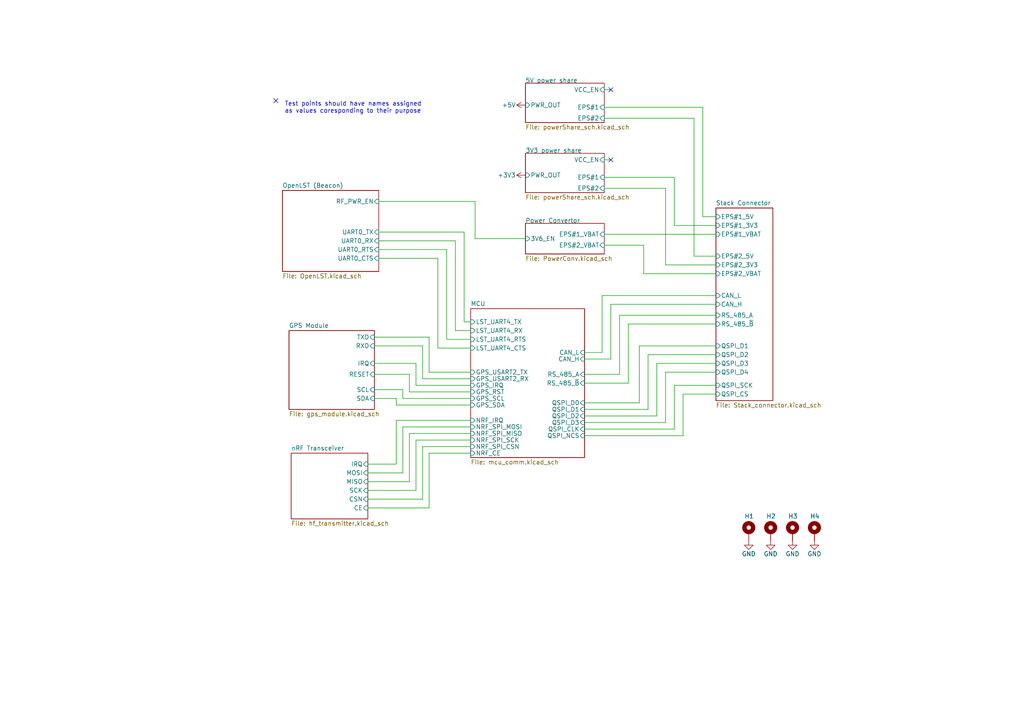
<source format=kicad_sch>
(kicad_sch (version 20211123) (generator eeschema)

  (uuid b0365847-75b4-4551-b23a-00058264c694)

  (paper "A4")

  (title_block
    (title "BUTCube - Communication Module")
    (date "2021-11-18")
    (rev "v0.2")
    (company "VUT - FIT(STRaDe) & FME(IAE & IPE)")
    (comment 1 "Author: Štěpán Rydlo")
  )

  (lib_symbols
    (symbol "Mechanical:MountingHole_Pad" (pin_numbers hide) (pin_names (offset 1.016) hide) (in_bom yes) (on_board yes)
      (property "Reference" "H" (id 0) (at 0 6.35 0)
        (effects (font (size 1.27 1.27)))
      )
      (property "Value" "MountingHole_Pad" (id 1) (at 0 4.445 0)
        (effects (font (size 1.27 1.27)))
      )
      (property "Footprint" "" (id 2) (at 0 0 0)
        (effects (font (size 1.27 1.27)) hide)
      )
      (property "Datasheet" "~" (id 3) (at 0 0 0)
        (effects (font (size 1.27 1.27)) hide)
      )
      (property "ki_keywords" "mounting hole" (id 4) (at 0 0 0)
        (effects (font (size 1.27 1.27)) hide)
      )
      (property "ki_description" "Mounting Hole with connection" (id 5) (at 0 0 0)
        (effects (font (size 1.27 1.27)) hide)
      )
      (property "ki_fp_filters" "MountingHole*Pad*" (id 6) (at 0 0 0)
        (effects (font (size 1.27 1.27)) hide)
      )
      (symbol "MountingHole_Pad_0_1"
        (circle (center 0 1.27) (radius 1.27)
          (stroke (width 1.27) (type default) (color 0 0 0 0))
          (fill (type none))
        )
      )
      (symbol "MountingHole_Pad_1_1"
        (pin input line (at 0 -2.54 90) (length 2.54)
          (name "1" (effects (font (size 1.27 1.27))))
          (number "1" (effects (font (size 1.27 1.27))))
        )
      )
    )
    (symbol "power:+3V3" (power) (pin_names (offset 0)) (in_bom yes) (on_board yes)
      (property "Reference" "#PWR" (id 0) (at 0 -3.81 0)
        (effects (font (size 1.27 1.27)) hide)
      )
      (property "Value" "+3V3" (id 1) (at 0 3.556 0)
        (effects (font (size 1.27 1.27)))
      )
      (property "Footprint" "" (id 2) (at 0 0 0)
        (effects (font (size 1.27 1.27)) hide)
      )
      (property "Datasheet" "" (id 3) (at 0 0 0)
        (effects (font (size 1.27 1.27)) hide)
      )
      (property "ki_keywords" "power-flag" (id 4) (at 0 0 0)
        (effects (font (size 1.27 1.27)) hide)
      )
      (property "ki_description" "Power symbol creates a global label with name \"+3V3\"" (id 5) (at 0 0 0)
        (effects (font (size 1.27 1.27)) hide)
      )
      (symbol "+3V3_0_1"
        (polyline
          (pts
            (xy -0.762 1.27)
            (xy 0 2.54)
          )
          (stroke (width 0) (type default) (color 0 0 0 0))
          (fill (type none))
        )
        (polyline
          (pts
            (xy 0 0)
            (xy 0 2.54)
          )
          (stroke (width 0) (type default) (color 0 0 0 0))
          (fill (type none))
        )
        (polyline
          (pts
            (xy 0 2.54)
            (xy 0.762 1.27)
          )
          (stroke (width 0) (type default) (color 0 0 0 0))
          (fill (type none))
        )
      )
      (symbol "+3V3_1_1"
        (pin power_in line (at 0 0 90) (length 0) hide
          (name "+3V3" (effects (font (size 1.27 1.27))))
          (number "1" (effects (font (size 1.27 1.27))))
        )
      )
    )
    (symbol "power:+5V" (power) (pin_names (offset 0)) (in_bom yes) (on_board yes)
      (property "Reference" "#PWR" (id 0) (at 0 -3.81 0)
        (effects (font (size 1.27 1.27)) hide)
      )
      (property "Value" "+5V" (id 1) (at 0 3.556 0)
        (effects (font (size 1.27 1.27)))
      )
      (property "Footprint" "" (id 2) (at 0 0 0)
        (effects (font (size 1.27 1.27)) hide)
      )
      (property "Datasheet" "" (id 3) (at 0 0 0)
        (effects (font (size 1.27 1.27)) hide)
      )
      (property "ki_keywords" "power-flag" (id 4) (at 0 0 0)
        (effects (font (size 1.27 1.27)) hide)
      )
      (property "ki_description" "Power symbol creates a global label with name \"+5V\"" (id 5) (at 0 0 0)
        (effects (font (size 1.27 1.27)) hide)
      )
      (symbol "+5V_0_1"
        (polyline
          (pts
            (xy -0.762 1.27)
            (xy 0 2.54)
          )
          (stroke (width 0) (type default) (color 0 0 0 0))
          (fill (type none))
        )
        (polyline
          (pts
            (xy 0 0)
            (xy 0 2.54)
          )
          (stroke (width 0) (type default) (color 0 0 0 0))
          (fill (type none))
        )
        (polyline
          (pts
            (xy 0 2.54)
            (xy 0.762 1.27)
          )
          (stroke (width 0) (type default) (color 0 0 0 0))
          (fill (type none))
        )
      )
      (symbol "+5V_1_1"
        (pin power_in line (at 0 0 90) (length 0) hide
          (name "+5V" (effects (font (size 1.27 1.27))))
          (number "1" (effects (font (size 1.27 1.27))))
        )
      )
    )
    (symbol "power:GND" (power) (pin_names (offset 0)) (in_bom yes) (on_board yes)
      (property "Reference" "#PWR" (id 0) (at 0 -6.35 0)
        (effects (font (size 1.27 1.27)) hide)
      )
      (property "Value" "GND" (id 1) (at 0 -3.81 0)
        (effects (font (size 1.27 1.27)))
      )
      (property "Footprint" "" (id 2) (at 0 0 0)
        (effects (font (size 1.27 1.27)) hide)
      )
      (property "Datasheet" "" (id 3) (at 0 0 0)
        (effects (font (size 1.27 1.27)) hide)
      )
      (property "ki_keywords" "power-flag" (id 4) (at 0 0 0)
        (effects (font (size 1.27 1.27)) hide)
      )
      (property "ki_description" "Power symbol creates a global label with name \"GND\" , ground" (id 5) (at 0 0 0)
        (effects (font (size 1.27 1.27)) hide)
      )
      (symbol "GND_0_1"
        (polyline
          (pts
            (xy 0 0)
            (xy 0 -1.27)
            (xy 1.27 -1.27)
            (xy 0 -2.54)
            (xy -1.27 -1.27)
            (xy 0 -1.27)
          )
          (stroke (width 0) (type default) (color 0 0 0 0))
          (fill (type none))
        )
      )
      (symbol "GND_1_1"
        (pin power_in line (at 0 0 270) (length 0) hide
          (name "GND" (effects (font (size 1.27 1.27))))
          (number "1" (effects (font (size 1.27 1.27))))
        )
      )
    )
  )


  (no_connect (at 177.165 26.035) (uuid 7e972abc-b5e4-472d-bdf2-6b4a037b5ed8))
  (no_connect (at 177.165 46.355) (uuid e0388f35-d78d-4cd2-8090-2431e4757c80))
  (no_connect (at 80.01 29.21) (uuid e9bcfbc0-d836-4a0d-8574-c59d32b46636))

  (wire (pts (xy 118.745 125.73) (xy 118.745 139.7))
    (stroke (width 0) (type solid) (color 0 0 0 0))
    (uuid 011a88a9-9744-4fd6-b207-a0b1d1b4813c)
  )
  (wire (pts (xy 118.745 139.7) (xy 106.68 139.7))
    (stroke (width 0) (type solid) (color 0 0 0 0))
    (uuid 011a88a9-9744-4fd6-b207-a0b1d1b4813d)
  )
  (wire (pts (xy 136.525 125.73) (xy 118.745 125.73))
    (stroke (width 0) (type solid) (color 0 0 0 0))
    (uuid 011a88a9-9744-4fd6-b207-a0b1d1b4813e)
  )
  (wire (pts (xy 108.585 115.57) (xy 114.935 115.57))
    (stroke (width 0) (type solid) (color 0 0 0 0))
    (uuid 03f3e314-0df1-47ee-9322-0bf8c1f8bb77)
  )
  (wire (pts (xy 114.935 115.57) (xy 114.935 117.475))
    (stroke (width 0) (type solid) (color 0 0 0 0))
    (uuid 03f3e314-0df1-47ee-9322-0bf8c1f8bb78)
  )
  (wire (pts (xy 114.935 117.475) (xy 136.525 117.475))
    (stroke (width 0) (type solid) (color 0 0 0 0))
    (uuid 03f3e314-0df1-47ee-9322-0bf8c1f8bb79)
  )
  (wire (pts (xy 109.855 58.42) (xy 137.795 58.42))
    (stroke (width 0) (type solid) (color 0 0 0 0))
    (uuid 119e5295-a85a-4431-93d3-910b4d5d9b25)
  )
  (wire (pts (xy 137.795 69.215) (xy 137.795 58.42))
    (stroke (width 0) (type solid) (color 0 0 0 0))
    (uuid 119e5295-a85a-4431-93d3-910b4d5d9b26)
  )
  (wire (pts (xy 152.4 69.215) (xy 137.795 69.215))
    (stroke (width 0) (type solid) (color 0 0 0 0))
    (uuid 119e5295-a85a-4431-93d3-910b4d5d9b27)
  )
  (wire (pts (xy 124.46 97.79) (xy 108.585 97.79))
    (stroke (width 0) (type solid) (color 0 0 0 0))
    (uuid 24ff1e70-fa93-4e3d-bc6c-90bd75dd4dbd)
  )
  (wire (pts (xy 124.46 107.95) (xy 124.46 97.79))
    (stroke (width 0) (type solid) (color 0 0 0 0))
    (uuid 24ff1e70-fa93-4e3d-bc6c-90bd75dd4dbe)
  )
  (wire (pts (xy 136.525 107.95) (xy 124.46 107.95))
    (stroke (width 0) (type solid) (color 0 0 0 0))
    (uuid 24ff1e70-fa93-4e3d-bc6c-90bd75dd4dbf)
  )
  (wire (pts (xy 116.84 113.03) (xy 108.585 113.03))
    (stroke (width 0) (type solid) (color 0 0 0 0))
    (uuid 27196cbf-5d81-46de-9c34-31e8240d1e25)
  )
  (wire (pts (xy 116.84 115.57) (xy 116.84 113.03))
    (stroke (width 0) (type solid) (color 0 0 0 0))
    (uuid 27196cbf-5d81-46de-9c34-31e8240d1e26)
  )
  (wire (pts (xy 136.525 115.57) (xy 116.84 115.57))
    (stroke (width 0) (type solid) (color 0 0 0 0))
    (uuid 27196cbf-5d81-46de-9c34-31e8240d1e27)
  )
  (wire (pts (xy 109.855 69.85) (xy 132.08 69.85))
    (stroke (width 0) (type solid) (color 0 0 0 0))
    (uuid 27fefa93-155a-45a7-ba25-f32e809ec969)
  )
  (wire (pts (xy 132.08 69.85) (xy 132.08 95.885))
    (stroke (width 0) (type solid) (color 0 0 0 0))
    (uuid 27fefa93-155a-45a7-ba25-f32e809ec96a)
  )
  (wire (pts (xy 132.08 95.885) (xy 136.525 95.885))
    (stroke (width 0) (type solid) (color 0 0 0 0))
    (uuid 27fefa93-155a-45a7-ba25-f32e809ec96b)
  )
  (wire (pts (xy 109.855 74.93) (xy 127 74.93))
    (stroke (width 0) (type solid) (color 0 0 0 0))
    (uuid 2c4e0d6b-b9fe-43a8-bf65-f8acd4ba16f1)
  )
  (wire (pts (xy 127 74.93) (xy 127 100.965))
    (stroke (width 0) (type solid) (color 0 0 0 0))
    (uuid 2c4e0d6b-b9fe-43a8-bf65-f8acd4ba16f2)
  )
  (wire (pts (xy 127 100.965) (xy 136.525 100.965))
    (stroke (width 0) (type solid) (color 0 0 0 0))
    (uuid 2c4e0d6b-b9fe-43a8-bf65-f8acd4ba16f3)
  )
  (wire (pts (xy 169.545 124.46) (xy 195.58 124.46))
    (stroke (width 0) (type solid) (color 0 0 0 0))
    (uuid 3229c0a7-4e4a-4894-9bab-8ba21756b085)
  )
  (wire (pts (xy 195.58 111.76) (xy 207.645 111.76))
    (stroke (width 0) (type solid) (color 0 0 0 0))
    (uuid 3229c0a7-4e4a-4894-9bab-8ba21756b086)
  )
  (wire (pts (xy 195.58 124.46) (xy 195.58 111.76))
    (stroke (width 0) (type solid) (color 0 0 0 0))
    (uuid 3229c0a7-4e4a-4894-9bab-8ba21756b087)
  )
  (wire (pts (xy 169.545 102.235) (xy 174.625 102.235))
    (stroke (width 0) (type solid) (color 0 0 0 0))
    (uuid 36c3d867-442b-4ce8-9ea1-03b8f17ade0d)
  )
  (wire (pts (xy 174.625 85.725) (xy 207.645 85.725))
    (stroke (width 0) (type solid) (color 0 0 0 0))
    (uuid 36c3d867-442b-4ce8-9ea1-03b8f17ade0e)
  )
  (wire (pts (xy 174.625 102.235) (xy 174.625 85.725))
    (stroke (width 0) (type solid) (color 0 0 0 0))
    (uuid 36c3d867-442b-4ce8-9ea1-03b8f17ade0f)
  )
  (wire (pts (xy 169.545 111.125) (xy 182.245 111.125))
    (stroke (width 0) (type solid) (color 0 0 0 0))
    (uuid 3bfdb1ac-54e7-4a65-a7ad-02d4f6f9ce71)
  )
  (wire (pts (xy 182.245 93.98) (xy 207.645 93.98))
    (stroke (width 0) (type solid) (color 0 0 0 0))
    (uuid 3bfdb1ac-54e7-4a65-a7ad-02d4f6f9ce72)
  )
  (wire (pts (xy 182.245 111.125) (xy 182.245 93.98))
    (stroke (width 0) (type solid) (color 0 0 0 0))
    (uuid 3bfdb1ac-54e7-4a65-a7ad-02d4f6f9ce73)
  )
  (wire (pts (xy 201.295 34.29) (xy 175.26 34.29))
    (stroke (width 0) (type solid) (color 0 0 0 0))
    (uuid 523d2adc-9f89-479e-9438-442927bda6e3)
  )
  (wire (pts (xy 201.295 74.295) (xy 201.295 34.29))
    (stroke (width 0) (type solid) (color 0 0 0 0))
    (uuid 523d2adc-9f89-479e-9438-442927bda6e4)
  )
  (wire (pts (xy 175.26 67.945) (xy 207.645 67.945))
    (stroke (width 0) (type solid) (color 0 0 0 0))
    (uuid 596b2192-9feb-4e0d-8b3d-9cb36b6dd61f)
  )
  (wire (pts (xy 122.555 129.54) (xy 122.555 144.78))
    (stroke (width 0) (type solid) (color 0 0 0 0))
    (uuid 5e7d2214-c754-498d-9d8e-753be2785ad3)
  )
  (wire (pts (xy 122.555 144.78) (xy 106.68 144.78))
    (stroke (width 0) (type solid) (color 0 0 0 0))
    (uuid 5e7d2214-c754-498d-9d8e-753be2785ad4)
  )
  (wire (pts (xy 136.525 129.54) (xy 122.555 129.54))
    (stroke (width 0) (type solid) (color 0 0 0 0))
    (uuid 5e7d2214-c754-498d-9d8e-753be2785ad5)
  )
  (wire (pts (xy 108.585 100.33) (xy 122.555 100.33))
    (stroke (width 0) (type solid) (color 0 0 0 0))
    (uuid 604a2be0-2ac6-4bac-8404-91b1a61925d0)
  )
  (wire (pts (xy 122.555 100.33) (xy 122.555 109.855))
    (stroke (width 0) (type solid) (color 0 0 0 0))
    (uuid 604a2be0-2ac6-4bac-8404-91b1a61925d1)
  )
  (wire (pts (xy 122.555 109.855) (xy 136.525 109.855))
    (stroke (width 0) (type solid) (color 0 0 0 0))
    (uuid 604a2be0-2ac6-4bac-8404-91b1a61925d2)
  )
  (wire (pts (xy 193.04 54.61) (xy 175.26 54.61))
    (stroke (width 0) (type solid) (color 0 0 0 0))
    (uuid 620f3ec6-899c-4c8c-a5c5-20605c7f0f44)
  )
  (wire (pts (xy 193.04 76.835) (xy 193.04 54.61))
    (stroke (width 0) (type solid) (color 0 0 0 0))
    (uuid 620f3ec6-899c-4c8c-a5c5-20605c7f0f45)
  )
  (wire (pts (xy 207.645 76.835) (xy 193.04 76.835))
    (stroke (width 0) (type solid) (color 0 0 0 0))
    (uuid 620f3ec6-899c-4c8c-a5c5-20605c7f0f46)
  )
  (wire (pts (xy 198.12 114.3) (xy 198.12 126.365))
    (stroke (width 0) (type solid) (color 0 0 0 0))
    (uuid 626db29b-b8f5-4340-8f5a-56eb4fa25e4b)
  )
  (wire (pts (xy 198.12 126.365) (xy 169.545 126.365))
    (stroke (width 0) (type solid) (color 0 0 0 0))
    (uuid 626db29b-b8f5-4340-8f5a-56eb4fa25e4c)
  )
  (wire (pts (xy 207.645 114.3) (xy 198.12 114.3))
    (stroke (width 0) (type solid) (color 0 0 0 0))
    (uuid 626db29b-b8f5-4340-8f5a-56eb4fa25e4d)
  )
  (wire (pts (xy 193.04 107.95) (xy 193.04 122.555))
    (stroke (width 0) (type solid) (color 0 0 0 0))
    (uuid 6f0729de-8866-47bf-bd4d-747c49d46fb7)
  )
  (wire (pts (xy 193.04 122.555) (xy 169.545 122.555))
    (stroke (width 0) (type solid) (color 0 0 0 0))
    (uuid 6f0729de-8866-47bf-bd4d-747c49d46fb8)
  )
  (wire (pts (xy 207.645 107.95) (xy 193.04 107.95))
    (stroke (width 0) (type solid) (color 0 0 0 0))
    (uuid 6f0729de-8866-47bf-bd4d-747c49d46fb9)
  )
  (wire (pts (xy 120.65 105.41) (xy 108.585 105.41))
    (stroke (width 0) (type solid) (color 0 0 0 0))
    (uuid 729ad21a-4893-4e4a-b8e6-c312fabafa49)
  )
  (wire (pts (xy 120.65 111.76) (xy 120.65 105.41))
    (stroke (width 0) (type solid) (color 0 0 0 0))
    (uuid 729ad21a-4893-4e4a-b8e6-c312fabafa4a)
  )
  (wire (pts (xy 136.525 111.76) (xy 120.65 111.76))
    (stroke (width 0) (type solid) (color 0 0 0 0))
    (uuid 729ad21a-4893-4e4a-b8e6-c312fabafa4b)
  )
  (wire (pts (xy 108.585 108.585) (xy 118.745 108.585))
    (stroke (width 0) (type solid) (color 0 0 0 0))
    (uuid 773b6ee7-5ff4-4dbf-a8da-ef686944ecb8)
  )
  (wire (pts (xy 118.745 108.585) (xy 118.745 113.665))
    (stroke (width 0) (type solid) (color 0 0 0 0))
    (uuid 773b6ee7-5ff4-4dbf-a8da-ef686944ecb9)
  )
  (wire (pts (xy 118.745 113.665) (xy 136.525 113.665))
    (stroke (width 0) (type solid) (color 0 0 0 0))
    (uuid 773b6ee7-5ff4-4dbf-a8da-ef686944ecba)
  )
  (wire (pts (xy 186.69 71.12) (xy 175.26 71.12))
    (stroke (width 0) (type solid) (color 0 0 0 0))
    (uuid 7b501068-0c00-4ddb-a558-76010e38bc7b)
  )
  (wire (pts (xy 186.69 79.375) (xy 186.69 71.12))
    (stroke (width 0) (type solid) (color 0 0 0 0))
    (uuid 7b501068-0c00-4ddb-a558-76010e38bc7c)
  )
  (wire (pts (xy 207.645 79.375) (xy 186.69 79.375))
    (stroke (width 0) (type solid) (color 0 0 0 0))
    (uuid 7b501068-0c00-4ddb-a558-76010e38bc7d)
  )
  (wire (pts (xy 169.545 104.14) (xy 177.165 104.14))
    (stroke (width 0) (type solid) (color 0 0 0 0))
    (uuid 7f1e3549-75cf-4150-b904-bf03cd89dafb)
  )
  (wire (pts (xy 177.165 88.265) (xy 207.645 88.265))
    (stroke (width 0) (type solid) (color 0 0 0 0))
    (uuid 7f1e3549-75cf-4150-b904-bf03cd89dafc)
  )
  (wire (pts (xy 177.165 104.14) (xy 177.165 88.265))
    (stroke (width 0) (type solid) (color 0 0 0 0))
    (uuid 7f1e3549-75cf-4150-b904-bf03cd89dafd)
  )
  (wire (pts (xy 169.545 108.585) (xy 179.705 108.585))
    (stroke (width 0) (type solid) (color 0 0 0 0))
    (uuid 9300f528-e2fb-4fa4-9f23-b694fa418e2c)
  )
  (wire (pts (xy 179.705 91.44) (xy 207.645 91.44))
    (stroke (width 0) (type solid) (color 0 0 0 0))
    (uuid 9300f528-e2fb-4fa4-9f23-b694fa418e2d)
  )
  (wire (pts (xy 179.705 108.585) (xy 179.705 91.44))
    (stroke (width 0) (type solid) (color 0 0 0 0))
    (uuid 9300f528-e2fb-4fa4-9f23-b694fa418e2e)
  )
  (wire (pts (xy 177.165 26.035) (xy 175.26 26.035))
    (stroke (width 0) (type solid) (color 0 0 0 0))
    (uuid a84e3f86-a6be-46ba-b435-83fe9ebfbe14)
  )
  (wire (pts (xy 177.165 46.355) (xy 175.26 46.355))
    (stroke (width 0) (type solid) (color 0 0 0 0))
    (uuid ad7c2512-9a9a-4635-9511-22bf0c56aa36)
  )
  (wire (pts (xy 187.96 102.87) (xy 187.96 118.745))
    (stroke (width 0) (type solid) (color 0 0 0 0))
    (uuid c0d704ee-7d4c-4ec6-ad40-0c8f0c4822d0)
  )
  (wire (pts (xy 187.96 118.745) (xy 169.545 118.745))
    (stroke (width 0) (type solid) (color 0 0 0 0))
    (uuid c0d704ee-7d4c-4ec6-ad40-0c8f0c4822d1)
  )
  (wire (pts (xy 207.645 102.87) (xy 187.96 102.87))
    (stroke (width 0) (type solid) (color 0 0 0 0))
    (uuid c0d704ee-7d4c-4ec6-ad40-0c8f0c4822d2)
  )
  (wire (pts (xy 129.54 72.39) (xy 109.855 72.39))
    (stroke (width 0) (type solid) (color 0 0 0 0))
    (uuid c387e3d0-716f-41bc-b8af-31cacb425d6b)
  )
  (wire (pts (xy 129.54 98.425) (xy 129.54 72.39))
    (stroke (width 0) (type solid) (color 0 0 0 0))
    (uuid c387e3d0-716f-41bc-b8af-31cacb425d6c)
  )
  (wire (pts (xy 136.525 98.425) (xy 129.54 98.425))
    (stroke (width 0) (type solid) (color 0 0 0 0))
    (uuid c387e3d0-716f-41bc-b8af-31cacb425d6d)
  )
  (wire (pts (xy 203.835 62.865) (xy 207.645 62.865))
    (stroke (width 0) (type solid) (color 0 0 0 0))
    (uuid cbb34dc9-415e-4b82-b195-eaf9cab80c9c)
  )
  (wire (pts (xy 116.84 123.825) (xy 116.84 137.16))
    (stroke (width 0) (type solid) (color 0 0 0 0))
    (uuid ce79c2a4-e3da-476c-b1f0-932a2b5ffd56)
  )
  (wire (pts (xy 116.84 137.16) (xy 106.68 137.16))
    (stroke (width 0) (type solid) (color 0 0 0 0))
    (uuid ce79c2a4-e3da-476c-b1f0-932a2b5ffd57)
  )
  (wire (pts (xy 136.525 123.825) (xy 116.84 123.825))
    (stroke (width 0) (type solid) (color 0 0 0 0))
    (uuid ce79c2a4-e3da-476c-b1f0-932a2b5ffd58)
  )
  (wire (pts (xy 195.58 51.435) (xy 175.26 51.435))
    (stroke (width 0) (type solid) (color 0 0 0 0))
    (uuid de0cce16-7ffe-48d0-a744-be2528b24064)
  )
  (wire (pts (xy 195.58 65.405) (xy 195.58 51.435))
    (stroke (width 0) (type solid) (color 0 0 0 0))
    (uuid de0cce16-7ffe-48d0-a744-be2528b24065)
  )
  (wire (pts (xy 207.645 65.405) (xy 195.58 65.405))
    (stroke (width 0) (type solid) (color 0 0 0 0))
    (uuid de0cce16-7ffe-48d0-a744-be2528b24066)
  )
  (wire (pts (xy 169.545 116.84) (xy 185.42 116.84))
    (stroke (width 0) (type solid) (color 0 0 0 0))
    (uuid e758f2be-8b19-41d0-94eb-cd21598edccb)
  )
  (wire (pts (xy 185.42 100.33) (xy 207.645 100.33))
    (stroke (width 0) (type solid) (color 0 0 0 0))
    (uuid e758f2be-8b19-41d0-94eb-cd21598edccc)
  )
  (wire (pts (xy 185.42 116.84) (xy 185.42 100.33))
    (stroke (width 0) (type solid) (color 0 0 0 0))
    (uuid e758f2be-8b19-41d0-94eb-cd21598edccd)
  )
  (wire (pts (xy 203.835 31.115) (xy 175.26 31.115))
    (stroke (width 0) (type solid) (color 0 0 0 0))
    (uuid e91768f6-08d5-4908-bd21-c231a3135528)
  )
  (wire (pts (xy 203.835 62.865) (xy 203.835 31.115))
    (stroke (width 0) (type solid) (color 0 0 0 0))
    (uuid e91768f6-08d5-4908-bd21-c231a3135529)
  )
  (wire (pts (xy 120.65 127.635) (xy 120.65 142.24))
    (stroke (width 0) (type solid) (color 0 0 0 0))
    (uuid ea99e437-0724-4340-bc8b-4b7e2f6d3597)
  )
  (wire (pts (xy 120.65 142.24) (xy 106.68 142.24))
    (stroke (width 0) (type solid) (color 0 0 0 0))
    (uuid ea99e437-0724-4340-bc8b-4b7e2f6d3598)
  )
  (wire (pts (xy 136.525 127.635) (xy 120.65 127.635))
    (stroke (width 0) (type solid) (color 0 0 0 0))
    (uuid ea99e437-0724-4340-bc8b-4b7e2f6d3599)
  )
  (wire (pts (xy 124.46 131.445) (xy 124.46 147.32))
    (stroke (width 0) (type solid) (color 0 0 0 0))
    (uuid ecadd32c-a6ff-4607-bcf4-bb0ee939f3f6)
  )
  (wire (pts (xy 124.46 147.32) (xy 106.68 147.32))
    (stroke (width 0) (type solid) (color 0 0 0 0))
    (uuid ecadd32c-a6ff-4607-bcf4-bb0ee939f3f7)
  )
  (wire (pts (xy 136.525 131.445) (xy 124.46 131.445))
    (stroke (width 0) (type solid) (color 0 0 0 0))
    (uuid ecadd32c-a6ff-4607-bcf4-bb0ee939f3f8)
  )
  (wire (pts (xy 201.295 74.295) (xy 207.645 74.295))
    (stroke (width 0) (type solid) (color 0 0 0 0))
    (uuid edd5ca1a-ab30-4313-9ddd-b7069f03afe0)
  )
  (wire (pts (xy 114.935 121.92) (xy 114.935 134.62))
    (stroke (width 0) (type solid) (color 0 0 0 0))
    (uuid ee711157-13c8-4ff8-9153-9c648016adcb)
  )
  (wire (pts (xy 114.935 134.62) (xy 106.68 134.62))
    (stroke (width 0) (type solid) (color 0 0 0 0))
    (uuid ee711157-13c8-4ff8-9153-9c648016adcc)
  )
  (wire (pts (xy 136.525 121.92) (xy 114.935 121.92))
    (stroke (width 0) (type solid) (color 0 0 0 0))
    (uuid ee711157-13c8-4ff8-9153-9c648016adcd)
  )
  (wire (pts (xy 134.62 67.31) (xy 109.855 67.31))
    (stroke (width 0) (type solid) (color 0 0 0 0))
    (uuid f140d70a-40de-49b5-a8b8-ebd9531379b0)
  )
  (wire (pts (xy 134.62 93.345) (xy 134.62 67.31))
    (stroke (width 0) (type solid) (color 0 0 0 0))
    (uuid f140d70a-40de-49b5-a8b8-ebd9531379b1)
  )
  (wire (pts (xy 136.525 93.345) (xy 134.62 93.345))
    (stroke (width 0) (type solid) (color 0 0 0 0))
    (uuid f140d70a-40de-49b5-a8b8-ebd9531379b2)
  )
  (wire (pts (xy 169.545 120.65) (xy 190.5 120.65))
    (stroke (width 0) (type solid) (color 0 0 0 0))
    (uuid f2c36559-94b2-45b4-ae0e-27748f7dff8d)
  )
  (wire (pts (xy 190.5 105.41) (xy 207.645 105.41))
    (stroke (width 0) (type solid) (color 0 0 0 0))
    (uuid f2c36559-94b2-45b4-ae0e-27748f7dff8e)
  )
  (wire (pts (xy 190.5 120.65) (xy 190.5 105.41))
    (stroke (width 0) (type solid) (color 0 0 0 0))
    (uuid f2c36559-94b2-45b4-ae0e-27748f7dff8f)
  )

  (text "Test points should have names assigned\nas values coresponding to their purpose"
    (at 82.55 33.02 0)
    (effects (font (size 1.27 1.27)) (justify left bottom))
    (uuid 46c8c9fa-d5b6-4418-93a2-c36120b23bc7)
  )

  (symbol (lib_id "power:GND") (at 229.87 156.845 0) (unit 1)
    (in_bom yes) (on_board yes) (fields_autoplaced)
    (uuid 017f429e-cd7c-406c-a4a1-7fe7736ce613)
    (property "Reference" "#PWR04" (id 0) (at 229.87 163.195 0)
      (effects (font (size 1.27 1.27)) hide)
    )
    (property "Value" "GND" (id 1) (at 229.87 160.655 0))
    (property "Footprint" "" (id 2) (at 229.87 156.845 0)
      (effects (font (size 1.27 1.27)) hide)
    )
    (property "Datasheet" "" (id 3) (at 229.87 156.845 0)
      (effects (font (size 1.27 1.27)) hide)
    )
    (pin "1" (uuid ec1b84ce-53f7-456b-9eb8-5850e06a3e20))
  )

  (symbol (lib_id "Mechanical:MountingHole_Pad") (at 217.17 154.305 0) (unit 1)
    (in_bom yes) (on_board yes)
    (uuid 0381fb4d-59d0-4589-bc53-b07b95675866)
    (property "Reference" "H1" (id 0) (at 215.9 149.7329 0)
      (effects (font (size 1.27 1.27)) (justify left))
    )
    (property "Value" "MountingHole_Pad" (id 1) (at 217.17 149.86 0)
      (effects (font (size 1.27 1.27)) hide)
    )
    (property "Footprint" "" (id 2) (at 217.17 154.305 0)
      (effects (font (size 1.27 1.27)) hide)
    )
    (property "Datasheet" "~" (id 3) (at 217.17 154.305 0)
      (effects (font (size 1.27 1.27)) hide)
    )
    (pin "1" (uuid 5c65717e-0df2-486c-9e21-7f4b500dd028))
  )

  (symbol (lib_id "power:GND") (at 236.22 156.845 0) (unit 1)
    (in_bom yes) (on_board yes) (fields_autoplaced)
    (uuid 19cc25fc-16a5-4446-a630-649c943c56e7)
    (property "Reference" "#PWR05" (id 0) (at 236.22 163.195 0)
      (effects (font (size 1.27 1.27)) hide)
    )
    (property "Value" "GND" (id 1) (at 236.22 160.655 0))
    (property "Footprint" "" (id 2) (at 236.22 156.845 0)
      (effects (font (size 1.27 1.27)) hide)
    )
    (property "Datasheet" "" (id 3) (at 236.22 156.845 0)
      (effects (font (size 1.27 1.27)) hide)
    )
    (pin "1" (uuid 4a24e754-4011-4a52-956b-6fa57cc5eec2))
  )

  (symbol (lib_id "power:GND") (at 223.52 156.845 0) (unit 1)
    (in_bom yes) (on_board yes) (fields_autoplaced)
    (uuid 58a7ed85-89c7-4edf-b1b8-05ae64bae94a)
    (property "Reference" "#PWR03" (id 0) (at 223.52 163.195 0)
      (effects (font (size 1.27 1.27)) hide)
    )
    (property "Value" "GND" (id 1) (at 223.52 160.655 0))
    (property "Footprint" "" (id 2) (at 223.52 156.845 0)
      (effects (font (size 1.27 1.27)) hide)
    )
    (property "Datasheet" "" (id 3) (at 223.52 156.845 0)
      (effects (font (size 1.27 1.27)) hide)
    )
    (pin "1" (uuid 5a1759c8-4b92-4af1-8633-d65c62e21708))
  )

  (symbol (lib_id "Mechanical:MountingHole_Pad") (at 229.87 154.305 0) (unit 1)
    (in_bom yes) (on_board yes)
    (uuid 5a09aeca-f192-4b56-9995-31939ba9dcc1)
    (property "Reference" "H3" (id 0) (at 228.6 149.7329 0)
      (effects (font (size 1.27 1.27)) (justify left))
    )
    (property "Value" "MountingHole_Pad" (id 1) (at 229.87 149.86 0)
      (effects (font (size 1.27 1.27)) hide)
    )
    (property "Footprint" "" (id 2) (at 229.87 154.305 0)
      (effects (font (size 1.27 1.27)) hide)
    )
    (property "Datasheet" "~" (id 3) (at 229.87 154.305 0)
      (effects (font (size 1.27 1.27)) hide)
    )
    (pin "1" (uuid e3669a03-a521-4a43-9583-8906e7dc79f7))
  )

  (symbol (lib_id "power:GND") (at 217.17 156.845 0) (unit 1)
    (in_bom yes) (on_board yes) (fields_autoplaced)
    (uuid 5dfc83ee-ed6a-4a42-a1d1-3142b7ed0571)
    (property "Reference" "#PWR01" (id 0) (at 217.17 163.195 0)
      (effects (font (size 1.27 1.27)) hide)
    )
    (property "Value" "GND" (id 1) (at 217.17 160.655 0))
    (property "Footprint" "" (id 2) (at 217.17 156.845 0)
      (effects (font (size 1.27 1.27)) hide)
    )
    (property "Datasheet" "" (id 3) (at 217.17 156.845 0)
      (effects (font (size 1.27 1.27)) hide)
    )
    (pin "1" (uuid 83bf526a-19ac-4584-8164-932c5326c122))
  )

  (symbol (lib_id "power:+5V") (at 152.4 30.48 90) (unit 1)
    (in_bom yes) (on_board yes)
    (uuid 773a9280-c52d-431e-8da0-28faaf5b90ec)
    (property "Reference" "#PWR0140" (id 0) (at 156.21 30.48 0)
      (effects (font (size 1.27 1.27)) hide)
    )
    (property "Value" "+5V" (id 1) (at 147.574 30.48 90))
    (property "Footprint" "" (id 2) (at 152.4 30.48 0)
      (effects (font (size 1.27 1.27)) hide)
    )
    (property "Datasheet" "" (id 3) (at 152.4 30.48 0)
      (effects (font (size 1.27 1.27)) hide)
    )
    (pin "1" (uuid 47f5475a-42ec-4930-8ffb-6d1b68b7e2c0))
  )

  (symbol (lib_id "Mechanical:MountingHole_Pad") (at 223.52 154.305 0) (unit 1)
    (in_bom yes) (on_board yes)
    (uuid 7c02ee38-e45b-4ffd-9ff3-75be2519ef11)
    (property "Reference" "H2" (id 0) (at 222.25 149.7329 0)
      (effects (font (size 1.27 1.27)) (justify left))
    )
    (property "Value" "MountingHole_Pad" (id 1) (at 223.52 149.86 0)
      (effects (font (size 1.27 1.27)) hide)
    )
    (property "Footprint" "" (id 2) (at 223.52 154.305 0)
      (effects (font (size 1.27 1.27)) hide)
    )
    (property "Datasheet" "~" (id 3) (at 223.52 154.305 0)
      (effects (font (size 1.27 1.27)) hide)
    )
    (pin "1" (uuid 3eb38e0b-717c-41db-bcf1-ffdb9282b265))
  )

  (symbol (lib_id "Mechanical:MountingHole_Pad") (at 236.22 154.305 0) (unit 1)
    (in_bom yes) (on_board yes)
    (uuid a77c42d5-c673-424c-8d14-fc4144ff5e37)
    (property "Reference" "H4" (id 0) (at 234.95 149.7329 0)
      (effects (font (size 1.27 1.27)) (justify left))
    )
    (property "Value" "MountingHole_Pad" (id 1) (at 236.22 149.86 0)
      (effects (font (size 1.27 1.27)) hide)
    )
    (property "Footprint" "" (id 2) (at 236.22 154.305 0)
      (effects (font (size 1.27 1.27)) hide)
    )
    (property "Datasheet" "~" (id 3) (at 236.22 154.305 0)
      (effects (font (size 1.27 1.27)) hide)
    )
    (pin "1" (uuid fd7f5f0c-acf9-4d51-8888-bb623fbecd45))
  )

  (symbol (lib_id "power:+3V3") (at 152.4 50.8 90) (unit 1)
    (in_bom yes) (on_board yes)
    (uuid ae2ea8bd-aebb-4954-9d6b-93648cea404c)
    (property "Reference" "#PWR0145" (id 0) (at 156.21 50.8 0)
      (effects (font (size 1.27 1.27)) hide)
    )
    (property "Value" "+3V3" (id 1) (at 146.939 50.8 90))
    (property "Footprint" "" (id 2) (at 152.4 50.8 0)
      (effects (font (size 1.27 1.27)) hide)
    )
    (property "Datasheet" "" (id 3) (at 152.4 50.8 0)
      (effects (font (size 1.27 1.27)) hide)
    )
    (pin "1" (uuid 2afdf02f-261d-4746-b276-9dfdb77883c6))
  )

  (sheet (at 83.82 95.885) (size 24.765 22.86) (fields_autoplaced)
    (stroke (width 0.1524) (type solid) (color 0 0 0 0))
    (fill (color 0 0 0 0.0000))
    (uuid 135894dc-6710-4561-8073-567533e9f424)
    (property "Sheet name" "GPS Module" (id 0) (at 83.82 95.1734 0)
      (effects (font (size 1.27 1.27)) (justify left bottom))
    )
    (property "Sheet file" "gps_module.kicad_sch" (id 1) (at 83.82 119.3296 0)
      (effects (font (size 1.27 1.27)) (justify left top))
    )
    (pin "RESET" input (at 108.585 108.585 0)
      (effects (font (size 1.27 1.27)) (justify right))
      (uuid 8e12ec80-1b06-4da7-b391-8217a360d75f)
    )
    (pin "SCL" input (at 108.585 113.03 0)
      (effects (font (size 1.27 1.27)) (justify right))
      (uuid 59396293-f75d-4f4e-884d-9e3c72059d37)
    )
    (pin "SDA" input (at 108.585 115.57 0)
      (effects (font (size 1.27 1.27)) (justify right))
      (uuid 21e6adab-7980-4d17-9d73-93b9afc8aef2)
    )
    (pin "RXD" input (at 108.585 100.33 0)
      (effects (font (size 1.27 1.27)) (justify right))
      (uuid 6d6bf669-9827-43ac-a295-0405a6839992)
    )
    (pin "TXD" input (at 108.585 97.79 0)
      (effects (font (size 1.27 1.27)) (justify right))
      (uuid beaf982b-120c-4ab7-9844-776a4e12ab92)
    )
    (pin "IRQ" input (at 108.585 105.41 0)
      (effects (font (size 1.27 1.27)) (justify right))
      (uuid 3ddc9d6f-6f17-40fd-a902-0fbdba4dc6a0)
    )
  )

  (sheet (at 207.645 60.325) (size 16.51 55.88) (fields_autoplaced)
    (stroke (width 0.1524) (type solid) (color 0 0 0 0))
    (fill (color 0 0 0 0.0000))
    (uuid 3006f49f-d72b-4219-8dea-bda42cf88e84)
    (property "Sheet name" "Stack Connector" (id 0) (at 207.645 59.6134 0)
      (effects (font (size 1.27 1.27)) (justify left bottom))
    )
    (property "Sheet file" "Stack_connector.kicad_sch" (id 1) (at 207.645 116.7896 0)
      (effects (font (size 1.27 1.27)) (justify left top))
    )
    (pin "CAN_H" input (at 207.645 88.265 180)
      (effects (font (size 1.27 1.27)) (justify left))
      (uuid 40b88aca-f462-4f2f-a0bf-d01ccc8111c5)
    )
    (pin "RS_485_A" input (at 207.645 91.44 180)
      (effects (font (size 1.27 1.27)) (justify left))
      (uuid 300bdf4c-b7cf-4ea2-af04-063b3c8157a2)
    )
    (pin "EPS#1_5V" input (at 207.645 62.865 180)
      (effects (font (size 1.27 1.27)) (justify left))
      (uuid deb0a69f-01cc-40ea-bfb5-d5abe6178447)
    )
    (pin "EPS#1_3V3" input (at 207.645 65.405 180)
      (effects (font (size 1.27 1.27)) (justify left))
      (uuid 8f350fe4-cfe6-45ee-8c29-71ccfca1b82b)
    )
    (pin "CAN_L" input (at 207.645 85.725 180)
      (effects (font (size 1.27 1.27)) (justify left))
      (uuid ad3344f8-871b-4951-ae39-e2ccb0cbb099)
    )
    (pin "RS_485_~{B}" input (at 207.645 93.98 180)
      (effects (font (size 1.27 1.27)) (justify left))
      (uuid 1e054749-d55d-4fa9-92e4-fedd8b3be27f)
    )
    (pin "QSPI_D1" input (at 207.645 100.33 180)
      (effects (font (size 1.27 1.27)) (justify left))
      (uuid aba7969b-cdb5-4ef0-ba0c-400112733e6c)
    )
    (pin "QSPI_SCK" input (at 207.645 111.76 180)
      (effects (font (size 1.27 1.27)) (justify left))
      (uuid cc033afd-5e7c-454e-815a-d4ca057c4abf)
    )
    (pin "EPS#2_3V3" input (at 207.645 76.835 180)
      (effects (font (size 1.27 1.27)) (justify left))
      (uuid bc57d857-eb3c-4468-833f-449ae0fb617b)
    )
    (pin "EPS#2_5V" input (at 207.645 74.295 180)
      (effects (font (size 1.27 1.27)) (justify left))
      (uuid ac8e3b83-abb2-46af-9c45-678c0ef8180d)
    )
    (pin "QSPI_CS" input (at 207.645 114.3 180)
      (effects (font (size 1.27 1.27)) (justify left))
      (uuid 80b1ce93-afff-4793-b748-45fd77f50d88)
    )
    (pin "QSPI_D2" input (at 207.645 102.87 180)
      (effects (font (size 1.27 1.27)) (justify left))
      (uuid 8b2acdf9-30b1-4886-91b3-11589dafc045)
    )
    (pin "QSPI_D3" input (at 207.645 105.41 180)
      (effects (font (size 1.27 1.27)) (justify left))
      (uuid d8c6c93d-972d-4f67-985d-20054ce88555)
    )
    (pin "QSPI_D4" input (at 207.645 107.95 180)
      (effects (font (size 1.27 1.27)) (justify left))
      (uuid d447a6bb-2cf3-4940-94a7-326bb0cc98b0)
    )
    (pin "EPS#1_VBAT" input (at 207.645 67.945 180)
      (effects (font (size 1.27 1.27)) (justify left))
      (uuid 3fbc8490-44bd-4de1-805d-ff3041c2afb2)
    )
    (pin "EPS#2_VBAT" input (at 207.645 79.375 180)
      (effects (font (size 1.27 1.27)) (justify left))
      (uuid ed767c54-7849-4181-8382-dddc22358d1f)
    )
  )

  (sheet (at 152.4 44.45) (size 22.86 11.43)
    (stroke (width 0.1524) (type solid) (color 0 0 0 0))
    (fill (color 0 0 0 0.0000))
    (uuid 5d794243-d9db-4c8e-aa14-90dff0141470)
    (property "Sheet name" "3V3 power share" (id 0) (at 152.4 44.3734 0)
      (effects (font (size 1.27 1.27)) (justify left bottom))
    )
    (property "Sheet file" "powerShare_sch.kicad_sch" (id 1) (at 152.4 56.4646 0)
      (effects (font (size 1.27 1.27)) (justify left top))
    )
    (pin "PWR_OUT" input (at 152.4 50.8 180)
      (effects (font (size 1.27 1.27)) (justify left))
      (uuid 01423fb7-9b21-4bf4-aafd-84cc1fac7b69)
    )
    (pin "EPS#1" input (at 175.26 51.435 0)
      (effects (font (size 1.27 1.27)) (justify right))
      (uuid 43f1c930-09ef-4b61-984b-6214b455ed5c)
    )
    (pin "EPS#2" input (at 175.26 54.61 0)
      (effects (font (size 1.27 1.27)) (justify right))
      (uuid 8372af0a-f8aa-4d9a-805a-9ac843537392)
    )
    (pin "VCC_EN" input (at 175.26 46.355 0)
      (effects (font (size 1.27 1.27)) (justify right))
      (uuid 84bc959b-5a2e-4ca8-a8a3-2476b4e54637)
    )
  )

  (sheet (at 136.525 89.535) (size 33.02 43.18) (fields_autoplaced)
    (stroke (width 0.1524) (type solid) (color 0 0 0 0))
    (fill (color 0 0 0 0.0000))
    (uuid 81a5172c-b171-400d-8856-41d6e486bdd1)
    (property "Sheet name" "MCU" (id 0) (at 136.525 88.8234 0)
      (effects (font (size 1.27 1.27)) (justify left bottom))
    )
    (property "Sheet file" "mcu_comm.kicad_sch" (id 1) (at 136.525 133.2996 0)
      (effects (font (size 1.27 1.27)) (justify left top))
    )
    (pin "RS_485_A" input (at 169.545 108.585 0)
      (effects (font (size 1.27 1.27)) (justify right))
      (uuid 88cbbbca-7e08-4972-852b-097e0646cb72)
    )
    (pin "RS_485_~{B}" input (at 169.545 111.125 0)
      (effects (font (size 1.27 1.27)) (justify right))
      (uuid dba2c547-92c9-45c9-bd62-b612841c6ca5)
    )
    (pin "CAN_L" input (at 169.545 102.235 0)
      (effects (font (size 1.27 1.27)) (justify right))
      (uuid 53b369c6-d6cc-4bf3-98d0-99f954de4877)
    )
    (pin "CAN_H" input (at 169.545 104.14 0)
      (effects (font (size 1.27 1.27)) (justify right))
      (uuid 8dcf12b1-4b85-489e-9c1c-6beb2df98843)
    )
    (pin "QSPI_CLK" input (at 169.545 124.46 0)
      (effects (font (size 1.27 1.27)) (justify right))
      (uuid 69baa5f5-0034-4e28-8a8c-5cca074c6fce)
    )
    (pin "QSPI_NCS" input (at 169.545 126.365 0)
      (effects (font (size 1.27 1.27)) (justify right))
      (uuid ca5059e8-d09f-452a-8ff7-3751a66f87e3)
    )
    (pin "QSPI_D1" input (at 169.545 118.745 0)
      (effects (font (size 1.27 1.27)) (justify right))
      (uuid 66c96b43-8516-4ec6-b9e1-ff64d45e2f4e)
    )
    (pin "QSPI_D0" input (at 169.545 116.84 0)
      (effects (font (size 1.27 1.27)) (justify right))
      (uuid ddfdc750-2176-48e7-849a-d6411723f5c0)
    )
    (pin "QSPI_D3" input (at 169.545 122.555 0)
      (effects (font (size 1.27 1.27)) (justify right))
      (uuid dfa09fbe-3fa3-4c7b-b205-0275d675bd44)
    )
    (pin "QSPI_D2" input (at 169.545 120.65 0)
      (effects (font (size 1.27 1.27)) (justify right))
      (uuid c17f669c-3c55-40f1-aef2-a32658334234)
    )
    (pin "NRF_SPI_SCK" input (at 136.525 127.635 180)
      (effects (font (size 1.27 1.27)) (justify left))
      (uuid 0277563c-ff14-4342-a40d-3b139b376688)
    )
    (pin "GPS_RST" input (at 136.525 113.665 180)
      (effects (font (size 1.27 1.27)) (justify left))
      (uuid 616b79c4-c668-4766-ab9d-3cf72fd43fb5)
    )
    (pin "NRF_SPI_CSN" input (at 136.525 129.54 180)
      (effects (font (size 1.27 1.27)) (justify left))
      (uuid a2291784-7d26-4982-8185-cdb17c298b43)
    )
    (pin "NRF_SPI_MISO" input (at 136.525 125.73 180)
      (effects (font (size 1.27 1.27)) (justify left))
      (uuid a9799825-7a17-42eb-8365-27f5327673e1)
    )
    (pin "NRF_SPI_MOSI" input (at 136.525 123.825 180)
      (effects (font (size 1.27 1.27)) (justify left))
      (uuid 2adf386e-fe4e-4116-a58d-d78c02b1b5a9)
    )
    (pin "GPS_SCL" input (at 136.525 115.57 180)
      (effects (font (size 1.27 1.27)) (justify left))
      (uuid 1b077376-3f5f-47b1-9deb-c681bb330bf0)
    )
    (pin "GPS_SDA" input (at 136.525 117.475 180)
      (effects (font (size 1.27 1.27)) (justify left))
      (uuid 8df626e7-f696-422f-89e8-3f0c9d5bd8cb)
    )
    (pin "LST_UART4_RTS" input (at 136.525 98.425 180)
      (effects (font (size 1.27 1.27)) (justify left))
      (uuid 5fb553a6-0b6b-48d1-9bcd-f5ec08d7ca3d)
    )
    (pin "LST_UART4_RX" input (at 136.525 95.885 180)
      (effects (font (size 1.27 1.27)) (justify left))
      (uuid 3978eaa9-3dd0-458f-a488-160d027c4cf4)
    )
    (pin "GPS_USART2_TX" input (at 136.525 107.95 180)
      (effects (font (size 1.27 1.27)) (justify left))
      (uuid 2349252e-0d7e-40cb-b76f-694879d653a3)
    )
    (pin "GPS_USART2_RX" input (at 136.525 109.855 180)
      (effects (font (size 1.27 1.27)) (justify left))
      (uuid 9581af11-59e7-4b1d-aee6-4bab91e91e51)
    )
    (pin "LST_UART4_TX" input (at 136.525 93.345 180)
      (effects (font (size 1.27 1.27)) (justify left))
      (uuid 12175549-580a-4681-b8ca-4d2e10b61f50)
    )
    (pin "LST_UART4_CTS" input (at 136.525 100.965 180)
      (effects (font (size 1.27 1.27)) (justify left))
      (uuid ea9bbe08-ec5a-47fc-9369-eb037e5a4b5a)
    )
    (pin "NRF_CE" input (at 136.525 131.445 180)
      (effects (font (size 1.27 1.27)) (justify left))
      (uuid 2b19d4c0-c777-4823-8b7b-ae60e31bced4)
    )
    (pin "NRF_IRQ" input (at 136.525 121.92 180)
      (effects (font (size 1.27 1.27)) (justify left))
      (uuid 8c1ef664-e97d-43d6-9e13-5bf4a6cb3b8b)
    )
    (pin "GPS_IRQ" input (at 136.525 111.76 180)
      (effects (font (size 1.27 1.27)) (justify left))
      (uuid 4ec6891a-8e98-4370-93e1-ae28b2777667)
    )
  )

  (sheet (at 81.915 55.245) (size 27.94 23.495) (fields_autoplaced)
    (stroke (width 0.1524) (type solid) (color 0 0 0 0))
    (fill (color 0 0 0 0.0000))
    (uuid 829b2795-9702-4633-a078-e2998d6d9402)
    (property "Sheet name" "OpenLST (Beacon)" (id 0) (at 81.915 54.5334 0)
      (effects (font (size 1.27 1.27)) (justify left bottom))
    )
    (property "Sheet file" "OpenLST.kicad_sch" (id 1) (at 81.915 79.3246 0)
      (effects (font (size 1.27 1.27)) (justify left top))
    )
    (pin "UART0_CTS" input (at 109.855 74.93 0)
      (effects (font (size 1.27 1.27)) (justify right))
      (uuid b2c6d181-9b69-4641-873a-19772c93aa7d)
    )
    (pin "UART0_RTS" input (at 109.855 72.39 0)
      (effects (font (size 1.27 1.27)) (justify right))
      (uuid 70e4a3a4-dfa6-45fe-bea8-63dee5906234)
    )
    (pin "UART0_RX" input (at 109.855 69.85 0)
      (effects (font (size 1.27 1.27)) (justify right))
      (uuid a685fabd-c5d2-4515-9aeb-9b89f284cd24)
    )
    (pin "UART0_TX" input (at 109.855 67.31 0)
      (effects (font (size 1.27 1.27)) (justify right))
      (uuid e017bf96-9934-47c9-babb-547995899573)
    )
    (pin "RF_PWR_EN" input (at 109.855 58.42 0)
      (effects (font (size 1.27 1.27)) (justify right))
      (uuid 0e1c8f9d-1c1e-46cb-bbbd-ca7bbfa6ba52)
    )
  )

  (sheet (at 152.4 24.13) (size 22.86 11.43)
    (stroke (width 0.1524) (type solid) (color 0 0 0 0))
    (fill (color 0 0 0 0.0000))
    (uuid a161eaab-f432-4250-8567-12738a9776f7)
    (property "Sheet name" "5V power share" (id 0) (at 152.4 24.0534 0)
      (effects (font (size 1.27 1.27)) (justify left bottom))
    )
    (property "Sheet file" "powerShare_sch.kicad_sch" (id 1) (at 152.4 36.1446 0)
      (effects (font (size 1.27 1.27)) (justify left top))
    )
    (pin "PWR_OUT" input (at 152.4 30.48 180)
      (effects (font (size 1.27 1.27)) (justify left))
      (uuid 3de61b8a-0df7-495f-97ba-36f0f7fa6d0d)
    )
    (pin "EPS#1" input (at 175.26 31.115 0)
      (effects (font (size 1.27 1.27)) (justify right))
      (uuid 9a884029-3ea1-469b-ac84-1727f3e93beb)
    )
    (pin "EPS#2" input (at 175.26 34.29 0)
      (effects (font (size 1.27 1.27)) (justify right))
      (uuid bfa37046-4b85-4cb8-b742-405a0550d4bc)
    )
    (pin "VCC_EN" input (at 175.26 26.035 0)
      (effects (font (size 1.27 1.27)) (justify right))
      (uuid 2cff9115-96e6-4f0a-a307-51d6f1cba0f2)
    )
  )

  (sheet (at 84.455 131.445) (size 22.225 19.05) (fields_autoplaced)
    (stroke (width 0.1524) (type solid) (color 0 0 0 0))
    (fill (color 0 0 0 0.0000))
    (uuid a345038c-0e2c-4410-9183-a80a047c8766)
    (property "Sheet name" "nRF Transceiver" (id 0) (at 84.455 130.7334 0)
      (effects (font (size 1.27 1.27)) (justify left bottom))
    )
    (property "Sheet file" "hf_transmitter.kicad_sch" (id 1) (at 84.455 151.0796 0)
      (effects (font (size 1.27 1.27)) (justify left top))
    )
    (pin "MOSI" input (at 106.68 137.16 0)
      (effects (font (size 1.27 1.27)) (justify right))
      (uuid f4fc0e49-8096-41f2-9019-0a113a0a0a85)
    )
    (pin "MISO" input (at 106.68 139.7 0)
      (effects (font (size 1.27 1.27)) (justify right))
      (uuid 835c5cfb-b893-4c68-a9a3-e377fe9e93e4)
    )
    (pin "SCK" input (at 106.68 142.24 0)
      (effects (font (size 1.27 1.27)) (justify right))
      (uuid 886bdf07-6351-4e38-9ff9-024f89da6235)
    )
    (pin "CE" input (at 106.68 147.32 0)
      (effects (font (size 1.27 1.27)) (justify right))
      (uuid 8a14f2dd-c967-4218-918d-ef3b4c705d37)
    )
    (pin "IRQ" input (at 106.68 134.62 0)
      (effects (font (size 1.27 1.27)) (justify right))
      (uuid b5f94b19-f8dc-4284-8f0f-7145166f50ee)
    )
    (pin "CSN" input (at 106.68 144.78 0)
      (effects (font (size 1.27 1.27)) (justify right))
      (uuid 1a3f97b3-40a7-488f-a43e-e370196df140)
    )
  )

  (sheet (at 152.4 64.77) (size 22.86 8.89)
    (stroke (width 0.1524) (type solid) (color 0 0 0 0))
    (fill (color 0 0 0 0.0000))
    (uuid d3a682e4-d5b0-4377-8f5c-e0ae4cebf08d)
    (property "Sheet name" "Power Convertor" (id 0) (at 152.4 64.6934 0)
      (effects (font (size 1.27 1.27)) (justify left bottom))
    )
    (property "Sheet file" "PowerConv.kicad_sch" (id 1) (at 152.4 74.2446 0)
      (effects (font (size 1.27 1.27)) (justify left top))
    )
    (pin "EPS#1_VBAT" input (at 175.26 67.945 0)
      (effects (font (size 1.27 1.27)) (justify right))
      (uuid cc7e4b64-239b-470e-b38a-356df02cbfb0)
    )
    (pin "EPS#2_VBAT" input (at 175.26 71.12 0)
      (effects (font (size 1.27 1.27)) (justify right))
      (uuid 28481130-5389-4ff5-b704-538c36197f71)
    )
    (pin "3V6_EN" input (at 152.4 69.215 180)
      (effects (font (size 1.27 1.27)) (justify left))
      (uuid 1fb8eb4a-c830-4c87-9c60-b7edb33cfa61)
    )
  )

  (sheet_instances
    (path "/" (page "1"))
    (path "/829b2795-9702-4633-a078-e2998d6d9402" (page "2"))
    (path "/3006f49f-d72b-4219-8dea-bda42cf88e84" (page "3"))
    (path "/135894dc-6710-4561-8073-567533e9f424" (page "4"))
    (path "/a345038c-0e2c-4410-9183-a80a047c8766" (page "5"))
    (path "/81a5172c-b171-400d-8856-41d6e486bdd1" (page "6"))
    (path "/5d794243-d9db-4c8e-aa14-90dff0141470" (page "10"))
    (path "/d3a682e4-d5b0-4377-8f5c-e0ae4cebf08d" (page "11"))
    (path "/d3a682e4-d5b0-4377-8f5c-e0ae4cebf08d/267a91a1-f60f-4e4e-a455-eed28f022043" (page "12"))
    (path "/a161eaab-f432-4250-8567-12738a9776f7" (page "13"))
  )

  (symbol_instances
    (path "/829b2795-9702-4633-a078-e2998d6d9402/b6ea891c-522e-44c5-925f-c1883c932dd0"
      (reference "#FLG01") (unit 1) (value "PWR_FLAG") (footprint "")
    )
    (path "/81a5172c-b171-400d-8856-41d6e486bdd1/fc8c7137-3061-4a32-b18d-191f7746b5b2"
      (reference "#FLG07") (unit 1) (value "PWR_FLAG") (footprint "")
    )
    (path "/81a5172c-b171-400d-8856-41d6e486bdd1/f2489571-2a7a-4aee-96e7-e4a51951cae4"
      (reference "#FLG0101") (unit 1) (value "PWR_FLAG") (footprint "")
    )
    (path "/5d794243-d9db-4c8e-aa14-90dff0141470/9e489abf-02a5-4f2c-b016-3c37c8428006"
      (reference "#FLG0102") (unit 1) (value "~") (footprint "")
    )
    (path "/81a5172c-b171-400d-8856-41d6e486bdd1/473eea80-58a2-43c1-b325-8ab1e0d6817b"
      (reference "#FLG0103") (unit 1) (value "PWR_FLAG") (footprint "")
    )
    (path "/5d794243-d9db-4c8e-aa14-90dff0141470/71b2073a-7077-427a-8045-1bf51c525599"
      (reference "#FLG0104") (unit 1) (value "PWR_FLAG") (footprint "")
    )
    (path "/5d794243-d9db-4c8e-aa14-90dff0141470/c6054f26-cf31-40c9-8cfb-713768c32b4a"
      (reference "#FLG0105") (unit 1) (value "~") (footprint "")
    )
    (path "/d3a682e4-d5b0-4377-8f5c-e0ae4cebf08d/4ee37817-841f-4d1f-84ee-43ece8213a6f"
      (reference "#FLG0106") (unit 1) (value "PWR_FLAG") (footprint "")
    )
    (path "/d3a682e4-d5b0-4377-8f5c-e0ae4cebf08d/267a91a1-f60f-4e4e-a455-eed28f022043/9e489abf-02a5-4f2c-b016-3c37c8428006"
      (reference "#FLG0107") (unit 1) (value "~") (footprint "")
    )
    (path "/d3a682e4-d5b0-4377-8f5c-e0ae4cebf08d/267a91a1-f60f-4e4e-a455-eed28f022043/71b2073a-7077-427a-8045-1bf51c525599"
      (reference "#FLG0108") (unit 1) (value "PWR_FLAG") (footprint "")
    )
    (path "/d3a682e4-d5b0-4377-8f5c-e0ae4cebf08d/267a91a1-f60f-4e4e-a455-eed28f022043/c6054f26-cf31-40c9-8cfb-713768c32b4a"
      (reference "#FLG0109") (unit 1) (value "~") (footprint "")
    )
    (path "/a161eaab-f432-4250-8567-12738a9776f7/9e489abf-02a5-4f2c-b016-3c37c8428006"
      (reference "#FLG0110") (unit 1) (value "~") (footprint "")
    )
    (path "/a161eaab-f432-4250-8567-12738a9776f7/71b2073a-7077-427a-8045-1bf51c525599"
      (reference "#FLG0111") (unit 1) (value "PWR_FLAG") (footprint "")
    )
    (path "/a161eaab-f432-4250-8567-12738a9776f7/c6054f26-cf31-40c9-8cfb-713768c32b4a"
      (reference "#FLG0112") (unit 1) (value "~") (footprint "")
    )
    (path "/829b2795-9702-4633-a078-e2998d6d9402/e735ee5a-9edd-4053-b5e9-a09c1c79b0e6"
      (reference "#FLG0113") (unit 1) (value "PWR_FLAG") (footprint "")
    )
    (path "/5dfc83ee-ed6a-4a42-a1d1-3142b7ed0571"
      (reference "#PWR01") (unit 1) (value "GND") (footprint "")
    )
    (path "/829b2795-9702-4633-a078-e2998d6d9402/4e8efcd3-f4c4-4c0a-ae08-1f07644c6943"
      (reference "#PWR02") (unit 1) (value "GND") (footprint "")
    )
    (path "/58a7ed85-89c7-4edf-b1b8-05ae64bae94a"
      (reference "#PWR03") (unit 1) (value "GND") (footprint "")
    )
    (path "/017f429e-cd7c-406c-a4a1-7fe7736ce613"
      (reference "#PWR04") (unit 1) (value "GND") (footprint "")
    )
    (path "/19cc25fc-16a5-4446-a630-649c943c56e7"
      (reference "#PWR05") (unit 1) (value "GND") (footprint "")
    )
    (path "/829b2795-9702-4633-a078-e2998d6d9402/f8cd48b5-db11-478a-a8d4-bb7179efcb38"
      (reference "#PWR06") (unit 1) (value "GND") (footprint "")
    )
    (path "/829b2795-9702-4633-a078-e2998d6d9402/f1478ea5-0ea3-49c0-90f3-e88123b34686"
      (reference "#PWR07") (unit 1) (value "GND") (footprint "")
    )
    (path "/135894dc-6710-4561-8073-567533e9f424/aed8a126-53ea-45f7-9eb1-1ed2ff8501ae"
      (reference "#PWR08") (unit 1) (value "GND") (footprint "")
    )
    (path "/135894dc-6710-4561-8073-567533e9f424/c8ef9fc2-2f68-4af4-8627-5df899065dad"
      (reference "#PWR09") (unit 1) (value "GND") (footprint "")
    )
    (path "/a345038c-0e2c-4410-9183-a80a047c8766/b7e0fd5e-f398-4d0f-ad06-4029e291e85f"
      (reference "#PWR010") (unit 1) (value "GND") (footprint "")
    )
    (path "/a345038c-0e2c-4410-9183-a80a047c8766/9eeec199-d18b-4960-bb0d-379986fa382c"
      (reference "#PWR011") (unit 1) (value "GND") (footprint "")
    )
    (path "/135894dc-6710-4561-8073-567533e9f424/2145b9b8-5c32-4d79-8adf-320558e14f80"
      (reference "#PWR012") (unit 1) (value "GND") (footprint "")
    )
    (path "/3006f49f-d72b-4219-8dea-bda42cf88e84/33321891-4989-49c4-9d4f-783e71a924db"
      (reference "#PWR096") (unit 1) (value "GND") (footprint "")
    )
    (path "/3006f49f-d72b-4219-8dea-bda42cf88e84/4eccaec0-e5a6-4b14-ad5b-878ef640942c"
      (reference "#PWR097") (unit 1) (value "GND") (footprint "")
    )
    (path "/3006f49f-d72b-4219-8dea-bda42cf88e84/50fd1489-5d05-49a2-b688-bd7294eb51c9"
      (reference "#PWR098") (unit 1) (value "GND") (footprint "")
    )
    (path "/3006f49f-d72b-4219-8dea-bda42cf88e84/19a01539-82c1-4274-9f16-40b7dbe72f98"
      (reference "#PWR099") (unit 1) (value "GND") (footprint "")
    )
    (path "/3006f49f-d72b-4219-8dea-bda42cf88e84/acdaafeb-2007-4e75-a65f-938e5632f3c5"
      (reference "#PWR0100") (unit 1) (value "GND") (footprint "")
    )
    (path "/3006f49f-d72b-4219-8dea-bda42cf88e84/4758c7ae-5320-47ee-98f7-5212f39e8ce7"
      (reference "#PWR0101") (unit 1) (value "GND") (footprint "")
    )
    (path "/3006f49f-d72b-4219-8dea-bda42cf88e84/dec30d13-ba25-4850-ad57-cc6722a9925a"
      (reference "#PWR0102") (unit 1) (value "GND") (footprint "")
    )
    (path "/3006f49f-d72b-4219-8dea-bda42cf88e84/9c764d20-65f3-4406-bd29-9894c9ffd4fe"
      (reference "#PWR0103") (unit 1) (value "GND") (footprint "")
    )
    (path "/829b2795-9702-4633-a078-e2998d6d9402/b7db36a5-0aca-4f64-9298-5bbf38fc04b3"
      (reference "#PWR0104") (unit 1) (value "GND") (footprint "")
    )
    (path "/135894dc-6710-4561-8073-567533e9f424/0df7011d-9ffd-442d-96bf-e933d0cb9865"
      (reference "#PWR0105") (unit 1) (value "GND") (footprint "")
    )
    (path "/829b2795-9702-4633-a078-e2998d6d9402/a2281d32-c23d-4aea-9d51-bfde5cc19d2f"
      (reference "#PWR0106") (unit 1) (value "+3V3") (footprint "")
    )
    (path "/829b2795-9702-4633-a078-e2998d6d9402/b7987cf5-9e3b-462d-934a-2a0f6a55fac6"
      (reference "#PWR0107") (unit 1) (value "+3V3") (footprint "")
    )
    (path "/135894dc-6710-4561-8073-567533e9f424/b42e3e51-4895-4f50-b2c8-586f6f566925"
      (reference "#PWR0108") (unit 1) (value "GND") (footprint "")
    )
    (path "/a345038c-0e2c-4410-9183-a80a047c8766/924fc6a7-3986-4a7b-8bde-ec57e11f2a9e"
      (reference "#PWR0109") (unit 1) (value "GND") (footprint "")
    )
    (path "/a345038c-0e2c-4410-9183-a80a047c8766/e8a68ba2-0298-4b32-8af1-f23966f22bb9"
      (reference "#PWR0110") (unit 1) (value "GND") (footprint "")
    )
    (path "/829b2795-9702-4633-a078-e2998d6d9402/55c0ea32-f66c-49b9-934c-56a9f57dcd49"
      (reference "#PWR0111") (unit 1) (value "+3V3") (footprint "")
    )
    (path "/829b2795-9702-4633-a078-e2998d6d9402/4bd51752-f9ac-48db-92c8-2783d7cba1c4"
      (reference "#PWR0112") (unit 1) (value "+3V3") (footprint "")
    )
    (path "/a345038c-0e2c-4410-9183-a80a047c8766/37c8d637-7fa1-4b5a-b39d-ee95b2f50031"
      (reference "#PWR0113") (unit 1) (value "GND") (footprint "")
    )
    (path "/829b2795-9702-4633-a078-e2998d6d9402/69d47189-c3dc-4efa-9634-e0d2de0a46ed"
      (reference "#PWR0114") (unit 1) (value "+3V3") (footprint "")
    )
    (path "/a345038c-0e2c-4410-9183-a80a047c8766/9edac9fc-95e3-4fbe-bc87-d1f25cc28255"
      (reference "#PWR0115") (unit 1) (value "GND") (footprint "")
    )
    (path "/81a5172c-b171-400d-8856-41d6e486bdd1/4a039799-f170-4b8b-9904-82da89c16c1c"
      (reference "#PWR0116") (unit 1) (value "GND") (footprint "")
    )
    (path "/81a5172c-b171-400d-8856-41d6e486bdd1/a9e07b7a-1d89-4682-aec0-904d496897fd"
      (reference "#PWR0117") (unit 1) (value "GND") (footprint "")
    )
    (path "/81a5172c-b171-400d-8856-41d6e486bdd1/89c9f17e-da76-40e3-9487-7b3509c300b4"
      (reference "#PWR0118") (unit 1) (value "GND") (footprint "")
    )
    (path "/81a5172c-b171-400d-8856-41d6e486bdd1/5ef7c0e1-2b25-4390-af2d-2b940ee1e5e2"
      (reference "#PWR0119") (unit 1) (value "GND") (footprint "")
    )
    (path "/81a5172c-b171-400d-8856-41d6e486bdd1/67db7f9e-eecf-478b-a98f-6b0ec2815bea"
      (reference "#PWR0120") (unit 1) (value "GND") (footprint "")
    )
    (path "/81a5172c-b171-400d-8856-41d6e486bdd1/a53256e0-b84b-4b58-9f4c-a17cf94b67ab"
      (reference "#PWR0121") (unit 1) (value "GND") (footprint "")
    )
    (path "/81a5172c-b171-400d-8856-41d6e486bdd1/bb25ca97-1f69-4eba-86a2-c6a6078e6290"
      (reference "#PWR0122") (unit 1) (value "GND") (footprint "")
    )
    (path "/81a5172c-b171-400d-8856-41d6e486bdd1/486d9dc2-94d8-4974-9ef4-ab12022fabeb"
      (reference "#PWR0123") (unit 1) (value "GND") (footprint "")
    )
    (path "/81a5172c-b171-400d-8856-41d6e486bdd1/a735bc6d-b4cc-4ef3-86a7-f6b02008df25"
      (reference "#PWR0124") (unit 1) (value "GND") (footprint "")
    )
    (path "/81a5172c-b171-400d-8856-41d6e486bdd1/155262b0-a2cb-4e09-861a-486b276a9f49"
      (reference "#PWR0125") (unit 1) (value "GND") (footprint "")
    )
    (path "/81a5172c-b171-400d-8856-41d6e486bdd1/654d2648-5b73-46d2-b3a8-f89598775795"
      (reference "#PWR0126") (unit 1) (value "GND") (footprint "")
    )
    (path "/81a5172c-b171-400d-8856-41d6e486bdd1/36166563-f02e-4648-9f7d-e084aafecde6"
      (reference "#PWR0127") (unit 1) (value "GND") (footprint "")
    )
    (path "/81a5172c-b171-400d-8856-41d6e486bdd1/19a55cc6-50db-4868-a321-95aaf9b01c90"
      (reference "#PWR0128") (unit 1) (value "GND") (footprint "")
    )
    (path "/81a5172c-b171-400d-8856-41d6e486bdd1/69369a7d-ffb0-4e15-99ae-f8f6001d5c39"
      (reference "#PWR0129") (unit 1) (value "GND") (footprint "")
    )
    (path "/81a5172c-b171-400d-8856-41d6e486bdd1/78c5aadf-0d16-4157-83ed-29f725e0ef7b"
      (reference "#PWR0130") (unit 1) (value "GND") (footprint "")
    )
    (path "/81a5172c-b171-400d-8856-41d6e486bdd1/4e13ecec-29d8-4b22-b42e-778c59967636"
      (reference "#PWR0131") (unit 1) (value "GND") (footprint "")
    )
    (path "/81a5172c-b171-400d-8856-41d6e486bdd1/acb14221-22bc-4bc7-afc9-fd3dfb149ed0"
      (reference "#PWR0132") (unit 1) (value "GND") (footprint "")
    )
    (path "/81a5172c-b171-400d-8856-41d6e486bdd1/f04cb935-a9b6-4604-aaa5-5e1c3e599696"
      (reference "#PWR0133") (unit 1) (value "GND") (footprint "")
    )
    (path "/81a5172c-b171-400d-8856-41d6e486bdd1/5155a682-4f3b-4231-9a08-7527cbda6595"
      (reference "#PWR0134") (unit 1) (value "GND") (footprint "")
    )
    (path "/81a5172c-b171-400d-8856-41d6e486bdd1/18848cf9-5014-416d-b4ae-fe503b2a93ad"
      (reference "#PWR0135") (unit 1) (value "GND") (footprint "")
    )
    (path "/135894dc-6710-4561-8073-567533e9f424/05ae919a-077d-4ffb-832c-e1f8a90810f5"
      (reference "#PWR0136") (unit 1) (value "+3V3") (footprint "")
    )
    (path "/81a5172c-b171-400d-8856-41d6e486bdd1/835e69bd-a184-48a6-b278-0ade5d03e10a"
      (reference "#PWR0137") (unit 1) (value "GND") (footprint "")
    )
    (path "/81a5172c-b171-400d-8856-41d6e486bdd1/c3b9a697-2a0e-4c05-b0b2-44c99ccd641f"
      (reference "#PWR0138") (unit 1) (value "GND") (footprint "")
    )
    (path "/81a5172c-b171-400d-8856-41d6e486bdd1/55dab14d-0236-4acf-82f2-030967996826"
      (reference "#PWR0139") (unit 1) (value "GND") (footprint "")
    )
    (path "/773a9280-c52d-431e-8da0-28faaf5b90ec"
      (reference "#PWR0140") (unit 1) (value "+5V") (footprint "")
    )
    (path "/81a5172c-b171-400d-8856-41d6e486bdd1/41e4238d-a8a2-4e95-be0f-929875a871e2"
      (reference "#PWR0141") (unit 1) (value "GND") (footprint "")
    )
    (path "/829b2795-9702-4633-a078-e2998d6d9402/a9ab2da7-8d3d-4c95-b8f9-f6429e4ca278"
      (reference "#PWR0142") (unit 1) (value "+5V") (footprint "")
    )
    (path "/a345038c-0e2c-4410-9183-a80a047c8766/9c92da89-7420-4dc0-ba14-b8fa2c2944a3"
      (reference "#PWR0143") (unit 1) (value "GND") (footprint "")
    )
    (path "/829b2795-9702-4633-a078-e2998d6d9402/3858e1be-79c9-4281-b93a-96ae96ba610e"
      (reference "#PWR0144") (unit 1) (value "+3V8") (footprint "")
    )
    (path "/ae2ea8bd-aebb-4954-9d6b-93648cea404c"
      (reference "#PWR0145") (unit 1) (value "+3V3") (footprint "")
    )
    (path "/829b2795-9702-4633-a078-e2998d6d9402/1a33722c-d1d9-4cbb-8f73-e1e9f0b84785"
      (reference "#PWR0146") (unit 1) (value "+3V3") (footprint "")
    )
    (path "/829b2795-9702-4633-a078-e2998d6d9402/15b92693-8574-4259-9d7f-2f430a99c8f2"
      (reference "#PWR0147") (unit 1) (value "+3V3") (footprint "")
    )
    (path "/829b2795-9702-4633-a078-e2998d6d9402/185dc25e-d6ce-4acc-8577-a5b4adaf9d3b"
      (reference "#PWR0148") (unit 1) (value "+3V3") (footprint "")
    )
    (path "/135894dc-6710-4561-8073-567533e9f424/d2ea0b16-bb18-468d-b2b3-f305bf0b82ca"
      (reference "#PWR0149") (unit 1) (value "GND") (footprint "")
    )
    (path "/135894dc-6710-4561-8073-567533e9f424/47fbaae5-a34c-4d0c-961b-7fcc519525cd"
      (reference "#PWR0150") (unit 1) (value "GND") (footprint "")
    )
    (path "/135894dc-6710-4561-8073-567533e9f424/093298b7-f365-4672-b9bd-53db1775a9c1"
      (reference "#PWR0151") (unit 1) (value "GND") (footprint "")
    )
    (path "/135894dc-6710-4561-8073-567533e9f424/a24613b9-960d-44de-a20f-cb6336f3df7f"
      (reference "#PWR0152") (unit 1) (value "+3V3") (footprint "")
    )
    (path "/a345038c-0e2c-4410-9183-a80a047c8766/298737ac-50ba-4463-ba8d-cf75c4ee2114"
      (reference "#PWR0153") (unit 1) (value "+3V3") (footprint "")
    )
    (path "/a345038c-0e2c-4410-9183-a80a047c8766/373d4bf4-e6a7-4c3b-8d6c-ebdcf158bea4"
      (reference "#PWR0154") (unit 1) (value "GND") (footprint "")
    )
    (path "/a345038c-0e2c-4410-9183-a80a047c8766/ddaaca7b-e77d-4459-93ec-cad88fd1e7a2"
      (reference "#PWR0155") (unit 1) (value "GND") (footprint "")
    )
    (path "/a345038c-0e2c-4410-9183-a80a047c8766/23b4f57f-8df7-4954-9d8c-31b0ee1de120"
      (reference "#PWR0156") (unit 1) (value "GND") (footprint "")
    )
    (path "/81a5172c-b171-400d-8856-41d6e486bdd1/16db8e9e-347a-44c9-836c-e75de6ddf45c"
      (reference "#PWR0157") (unit 1) (value "+3V3") (footprint "")
    )
    (path "/5d794243-d9db-4c8e-aa14-90dff0141470/53e26ade-bd9c-4446-97fa-2670d06dcf2a"
      (reference "#PWR0158") (unit 1) (value "GND") (footprint "")
    )
    (path "/5d794243-d9db-4c8e-aa14-90dff0141470/dec39de5-aafc-441f-a04c-fb269706ed95"
      (reference "#PWR0159") (unit 1) (value "GND") (footprint "")
    )
    (path "/5d794243-d9db-4c8e-aa14-90dff0141470/92aa3ac5-461e-4a43-803d-9ee73ccf5438"
      (reference "#PWR0160") (unit 1) (value "GND") (footprint "")
    )
    (path "/d3a682e4-d5b0-4377-8f5c-e0ae4cebf08d/ca1fe8b2-3797-4014-aae5-ad33d06c419a"
      (reference "#PWR0161") (unit 1) (value "GND") (footprint "")
    )
    (path "/d3a682e4-d5b0-4377-8f5c-e0ae4cebf08d/8f4ac298-3e2d-469f-beb0-704422a013c1"
      (reference "#PWR0162") (unit 1) (value "GND") (footprint "")
    )
    (path "/d3a682e4-d5b0-4377-8f5c-e0ae4cebf08d/677844b0-7849-41a7-bbb5-70a5b0428003"
      (reference "#PWR0163") (unit 1) (value "+5V") (footprint "")
    )
    (path "/d3a682e4-d5b0-4377-8f5c-e0ae4cebf08d/6f4e5c80-9a62-481f-8cac-8902784bc0ee"
      (reference "#PWR0165") (unit 1) (value "GND") (footprint "")
    )
    (path "/d3a682e4-d5b0-4377-8f5c-e0ae4cebf08d/34f1d719-3b71-4151-8ccf-e8f6c48b5690"
      (reference "#PWR0166") (unit 1) (value "GND") (footprint "")
    )
    (path "/829b2795-9702-4633-a078-e2998d6d9402/4b567cb9-a26b-4136-b73b-938ffea0ef17"
      (reference "#PWR0167") (unit 1) (value "GND") (footprint "")
    )
    (path "/829b2795-9702-4633-a078-e2998d6d9402/fbd236a1-75f5-4492-b049-7ce64e29dacc"
      (reference "#PWR0168") (unit 1) (value "GND") (footprint "")
    )
    (path "/829b2795-9702-4633-a078-e2998d6d9402/21dc2b58-5094-4611-be30-5f6a962bdb41"
      (reference "#PWR0169") (unit 1) (value "GND") (footprint "")
    )
    (path "/829b2795-9702-4633-a078-e2998d6d9402/162b1b45-9d4b-4efa-b155-78dc48c6d284"
      (reference "#PWR0170") (unit 1) (value "GND") (footprint "")
    )
    (path "/829b2795-9702-4633-a078-e2998d6d9402/2ad3b5e6-2ae8-418b-89e7-511427153c53"
      (reference "#PWR0171") (unit 1) (value "GND") (footprint "")
    )
    (path "/829b2795-9702-4633-a078-e2998d6d9402/9bd1d81f-07b6-4fbe-a3cb-0cdcc8e17c5a"
      (reference "#PWR0172") (unit 1) (value "GND") (footprint "")
    )
    (path "/d3a682e4-d5b0-4377-8f5c-e0ae4cebf08d/7123825f-3c28-402e-ba4e-6a91ab86254b"
      (reference "#PWR0173") (unit 1) (value "GND") (footprint "")
    )
    (path "/829b2795-9702-4633-a078-e2998d6d9402/c7249b28-ec82-4640-8f5e-2c99cd4e3670"
      (reference "#PWR0174") (unit 1) (value "GND") (footprint "")
    )
    (path "/829b2795-9702-4633-a078-e2998d6d9402/d9ca69bf-ab32-43af-961e-8f55cfe009b7"
      (reference "#PWR0175") (unit 1) (value "GND") (footprint "")
    )
    (path "/829b2795-9702-4633-a078-e2998d6d9402/1db54eb0-7586-4bec-87b2-0473469d8809"
      (reference "#PWR0176") (unit 1) (value "GND") (footprint "")
    )
    (path "/829b2795-9702-4633-a078-e2998d6d9402/a27fa3b3-50cf-4839-9fcd-92d48439778d"
      (reference "#PWR0177") (unit 1) (value "GND") (footprint "")
    )
    (path "/829b2795-9702-4633-a078-e2998d6d9402/b1ad3e41-3665-49c3-a833-b39af3291ac4"
      (reference "#PWR0178") (unit 1) (value "GND") (footprint "")
    )
    (path "/829b2795-9702-4633-a078-e2998d6d9402/020dcb96-3024-4c85-bafa-65b1124087b3"
      (reference "#PWR0179") (unit 1) (value "GND") (footprint "")
    )
    (path "/829b2795-9702-4633-a078-e2998d6d9402/fa857657-d820-4c50-a8a1-5efecd64f9d6"
      (reference "#PWR0180") (unit 1) (value "GND") (footprint "")
    )
    (path "/829b2795-9702-4633-a078-e2998d6d9402/72c7ed47-e641-4f96-889c-e931822e0a4b"
      (reference "#PWR0181") (unit 1) (value "GND") (footprint "")
    )
    (path "/829b2795-9702-4633-a078-e2998d6d9402/2288a046-f79a-44c5-9e8f-0016a0fce0f7"
      (reference "#PWR0182") (unit 1) (value "GND") (footprint "")
    )
    (path "/829b2795-9702-4633-a078-e2998d6d9402/e06b50b9-4b8b-4479-baf6-3f043227038f"
      (reference "#PWR0183") (unit 1) (value "GND") (footprint "")
    )
    (path "/829b2795-9702-4633-a078-e2998d6d9402/5a67f17e-af8b-4a8a-9146-c202e67070ff"
      (reference "#PWR0184") (unit 1) (value "GND") (footprint "")
    )
    (path "/829b2795-9702-4633-a078-e2998d6d9402/28f9bc5c-7340-444a-af19-4fe9a74ef189"
      (reference "#PWR0185") (unit 1) (value "GND") (footprint "")
    )
    (path "/829b2795-9702-4633-a078-e2998d6d9402/3ff4efae-2a25-4061-9cc0-cd7b32b3a604"
      (reference "#PWR0186") (unit 1) (value "GND") (footprint "")
    )
    (path "/829b2795-9702-4633-a078-e2998d6d9402/94afe66b-c39e-45d4-98d8-430d010a18cf"
      (reference "#PWR0187") (unit 1) (value "GND") (footprint "")
    )
    (path "/829b2795-9702-4633-a078-e2998d6d9402/445eb26e-6284-4728-b315-6d4a05b2e932"
      (reference "#PWR0188") (unit 1) (value "GND") (footprint "")
    )
    (path "/829b2795-9702-4633-a078-e2998d6d9402/f06898de-0ddd-4bf0-bc32-9d17a76d26fd"
      (reference "#PWR0189") (unit 1) (value "GND") (footprint "")
    )
    (path "/829b2795-9702-4633-a078-e2998d6d9402/66926f1f-fb6a-4159-a469-12c5db9dbdde"
      (reference "#PWR0190") (unit 1) (value "GND") (footprint "")
    )
    (path "/829b2795-9702-4633-a078-e2998d6d9402/950401a1-22d5-4306-9a9e-0d4691e63ba9"
      (reference "#PWR0191") (unit 1) (value "GND") (footprint "")
    )
    (path "/d3a682e4-d5b0-4377-8f5c-e0ae4cebf08d/8a04a379-6896-4162-b628-ef5d6cdd7554"
      (reference "#PWR0192") (unit 1) (value "+3V8") (footprint "")
    )
    (path "/d3a682e4-d5b0-4377-8f5c-e0ae4cebf08d/267a91a1-f60f-4e4e-a455-eed28f022043/53e26ade-bd9c-4446-97fa-2670d06dcf2a"
      (reference "#PWR0193") (unit 1) (value "GND") (footprint "")
    )
    (path "/d3a682e4-d5b0-4377-8f5c-e0ae4cebf08d/267a91a1-f60f-4e4e-a455-eed28f022043/dec39de5-aafc-441f-a04c-fb269706ed95"
      (reference "#PWR0194") (unit 1) (value "GND") (footprint "")
    )
    (path "/d3a682e4-d5b0-4377-8f5c-e0ae4cebf08d/267a91a1-f60f-4e4e-a455-eed28f022043/92aa3ac5-461e-4a43-803d-9ee73ccf5438"
      (reference "#PWR0195") (unit 1) (value "GND") (footprint "")
    )
    (path "/a161eaab-f432-4250-8567-12738a9776f7/53e26ade-bd9c-4446-97fa-2670d06dcf2a"
      (reference "#PWR0196") (unit 1) (value "GND") (footprint "")
    )
    (path "/a161eaab-f432-4250-8567-12738a9776f7/dec39de5-aafc-441f-a04c-fb269706ed95"
      (reference "#PWR0197") (unit 1) (value "GND") (footprint "")
    )
    (path "/a161eaab-f432-4250-8567-12738a9776f7/92aa3ac5-461e-4a43-803d-9ee73ccf5438"
      (reference "#PWR0198") (unit 1) (value "GND") (footprint "")
    )
    (path "/829b2795-9702-4633-a078-e2998d6d9402/70f76f82-a094-4598-9f11-66ac2c652731"
      (reference "#PWR0199") (unit 1) (value "+3V8") (footprint "")
    )
    (path "/d3a682e4-d5b0-4377-8f5c-e0ae4cebf08d/2f42fbc3-0a3f-4143-8310-6830e14efa15"
      (reference "#PWR?") (unit 1) (value "GND") (footprint "")
    )
    (path "/d3a682e4-d5b0-4377-8f5c-e0ae4cebf08d/4902cc2d-95ae-4dbe-b768-2b51610ebdd2"
      (reference "#PWR?") (unit 1) (value "GND") (footprint "")
    )
    (path "/d3a682e4-d5b0-4377-8f5c-e0ae4cebf08d/971a7413-4dd0-4801-85f7-dc1f425c3f32"
      (reference "#PWR?") (unit 1) (value "GND") (footprint "")
    )
    (path "/d3a682e4-d5b0-4377-8f5c-e0ae4cebf08d/bf1ec657-875c-4da8-8e1a-b1b5d88c9a5b"
      (reference "#PWR?") (unit 1) (value "+5V") (footprint "")
    )
    (path "/829b2795-9702-4633-a078-e2998d6d9402/00000000-0000-0000-0000-00005b2b1b62"
      (reference "C1") (unit 1) (value "0.1u") (footprint "Capacitor_SMD:C_0603_1608Metric")
    )
    (path "/829b2795-9702-4633-a078-e2998d6d9402/00000000-0000-0000-0000-00005b2b36a5"
      (reference "C2") (unit 1) (value "220p") (footprint "Capacitor_SMD:C_0603_1608Metric")
    )
    (path "/829b2795-9702-4633-a078-e2998d6d9402/00000000-0000-0000-0000-00005b2b4f44"
      (reference "C3") (unit 1) (value "0.1u") (footprint "Capacitor_SMD:C_0603_1608Metric")
    )
    (path "/a345038c-0e2c-4410-9183-a80a047c8766/c8d3ef96-508e-40cc-8329-0815292fcf9b"
      (reference "C4") (unit 1) (value "10nF") (footprint "Capacitor_SMD:C_0603_1608Metric")
    )
    (path "/829b2795-9702-4633-a078-e2998d6d9402/00000000-0000-0000-0000-00005b2b4c99"
      (reference "C5") (unit 1) (value "0.1u") (footprint "Capacitor_SMD:C_0603_1608Metric")
    )
    (path "/829b2795-9702-4633-a078-e2998d6d9402/00000000-0000-0000-0000-00005b3494c5"
      (reference "C6") (unit 1) (value "0.1u") (footprint "Capacitor_SMD:C_0603_1608Metric")
    )
    (path "/829b2795-9702-4633-a078-e2998d6d9402/00000000-0000-0000-0000-00005b2b4012"
      (reference "C7") (unit 1) (value "220p") (footprint "Capacitor_SMD:C_0603_1608Metric")
    )
    (path "/829b2795-9702-4633-a078-e2998d6d9402/00000000-0000-0000-0000-00005b34c3a7"
      (reference "C8") (unit 1) (value "0.1u") (footprint "Capacitor_SMD:C_0603_1608Metric")
    )
    (path "/829b2795-9702-4633-a078-e2998d6d9402/00000000-0000-0000-0000-00005b2b901c"
      (reference "C9") (unit 1) (value "1u") (footprint "Capacitor_SMD:C_0603_1608Metric")
    )
    (path "/829b2795-9702-4633-a078-e2998d6d9402/00000000-0000-0000-0000-00005b2b22e7"
      (reference "C10") (unit 1) (value "0.1u") (footprint "Capacitor_SMD:C_0603_1608Metric")
    )
    (path "/a345038c-0e2c-4410-9183-a80a047c8766/298fd758-a3f9-4d0d-bc34-367dfee91028"
      (reference "C11") (unit 1) (value "1nF") (footprint "Capacitor_SMD:C_0603_1608Metric")
    )
    (path "/a345038c-0e2c-4410-9183-a80a047c8766/bb177fc1-6d22-4a12-abcd-05affc45cc16"
      (reference "C12") (unit 1) (value "33nF") (footprint "Capacitor_SMD:C_0603_1608Metric")
    )
    (path "/a345038c-0e2c-4410-9183-a80a047c8766/f3bbe401-051b-4e0e-a07e-a07fc31f4ead"
      (reference "C13") (unit 1) (value "2.2nF") (footprint "Capacitor_SMD:C_0603_1608Metric")
    )
    (path "/a345038c-0e2c-4410-9183-a80a047c8766/6dc1769c-74e5-433b-a2da-9bf999129d35"
      (reference "C14") (unit 1) (value "4,7nF") (footprint "Capacitor_SMD:C_0603_1608Metric")
    )
    (path "/a345038c-0e2c-4410-9183-a80a047c8766/81ca90a2-dd03-4ed7-9e61-ad3743e1d3d0"
      (reference "C15") (unit 1) (value "22pF") (footprint "Capacitor_SMD:C_0603_1608Metric")
    )
    (path "/a345038c-0e2c-4410-9183-a80a047c8766/453503ad-c23c-473b-8db1-ed8d2ddae525"
      (reference "C16") (unit 1) (value "22pF") (footprint "Capacitor_SMD:C_0603_1608Metric")
    )
    (path "/a345038c-0e2c-4410-9183-a80a047c8766/33bb9f2b-86f9-4e29-ac54-b6836ea3d937"
      (reference "C17") (unit 1) (value "1,5pF") (footprint "Capacitor_SMD:C_0603_1608Metric")
    )
    (path "/81a5172c-b171-400d-8856-41d6e486bdd1/de47da3a-ecad-4d37-aef8-28c9fa58b0ea"
      (reference "C18") (unit 1) (value "4,7uF") (footprint "Capacitor_SMD:C_0603_1608Metric")
    )
    (path "/829b2795-9702-4633-a078-e2998d6d9402/00000000-0000-0000-0000-00005a9a1fdb"
      (reference "C19") (unit 1) (value "1n") (footprint "Capacitor_SMD:C_0603_1608Metric")
    )
    (path "/5d794243-d9db-4c8e-aa14-90dff0141470/3ae5819c-1841-4d9f-b404-6f1058ae3a5f"
      (reference "C20") (unit 1) (value "100nF") (footprint "Capacitor_SMD:C_0603_1608Metric")
    )
    (path "/829b2795-9702-4633-a078-e2998d6d9402/00000000-0000-0000-0000-00005a9a1fd7"
      (reference "C21") (unit 1) (value "220p") (footprint "Capacitor_SMD:C_0603_1608Metric")
    )
    (path "/829b2795-9702-4633-a078-e2998d6d9402/00000000-0000-0000-0000-00005a9a1fd0"
      (reference "C22") (unit 1) (value "1n") (footprint "Capacitor_SMD:C_0603_1608Metric")
    )
    (path "/829b2795-9702-4633-a078-e2998d6d9402/00000000-0000-0000-0000-00005a9a1fd8"
      (reference "C23") (unit 1) (value "3.9p") (footprint "Capacitor_SMD:C_0603_1608Metric")
    )
    (path "/829b2795-9702-4633-a078-e2998d6d9402/00000000-0000-0000-0000-00005a9a1fd5"
      (reference "C24") (unit 1) (value "3.9p") (footprint "Capacitor_SMD:C_0603_1608Metric")
    )
    (path "/829b2795-9702-4633-a078-e2998d6d9402/00000000-0000-0000-0000-00005a9a1fd3"
      (reference "C25") (unit 1) (value "220p") (footprint "Capacitor_SMD:C_0603_1608Metric")
    )
    (path "/829b2795-9702-4633-a078-e2998d6d9402/00000000-0000-0000-0000-00005b262592"
      (reference "C26") (unit 1) (value "0.1u") (footprint "Capacitor_SMD:C_0603_1608Metric")
    )
    (path "/829b2795-9702-4633-a078-e2998d6d9402/00000000-0000-0000-0000-00005b28ced5"
      (reference "C27") (unit 1) (value "0.1u") (footprint "Capacitor_SMD:C_0603_1608Metric")
    )
    (path "/a345038c-0e2c-4410-9183-a80a047c8766/436e384f-ede5-4471-b6e8-6508bdf27237"
      (reference "C28") (unit 1) (value "1,0pF") (footprint "Capacitor_SMD:C_0603_1608Metric")
    )
    (path "/81a5172c-b171-400d-8856-41d6e486bdd1/0a99cbcd-83ea-4103-bd11-d6ce7bfaebdc"
      (reference "C29") (unit 1) (value "100nF") (footprint "Capacitor_SMD:C_0603_1608Metric")
    )
    (path "/81a5172c-b171-400d-8856-41d6e486bdd1/4889f99a-4b98-4c73-be7f-b4944ea31c48"
      (reference "C30") (unit 1) (value "100nF") (footprint "Capacitor_SMD:C_0603_1608Metric")
    )
    (path "/829b2795-9702-4633-a078-e2998d6d9402/00000000-0000-0000-0000-00005b27749b"
      (reference "C31") (unit 1) (value "0.1u") (footprint "Capacitor_SMD:C_0603_1608Metric")
    )
    (path "/81a5172c-b171-400d-8856-41d6e486bdd1/d7567b7e-2767-4130-aa12-f1cd1521ca26"
      (reference "C32") (unit 1) (value "100nF") (footprint "Capacitor_SMD:C_0603_1608Metric")
    )
    (path "/81a5172c-b171-400d-8856-41d6e486bdd1/26294134-500d-4295-aa44-4c4d57b97a40"
      (reference "C33") (unit 1) (value "100nF") (footprint "Capacitor_SMD:C_0603_1608Metric")
    )
    (path "/81a5172c-b171-400d-8856-41d6e486bdd1/3e3457f7-46ac-4923-8d82-6d22690ca098"
      (reference "C34") (unit 1) (value "100nF") (footprint "Capacitor_SMD:C_0603_1608Metric")
    )
    (path "/5d794243-d9db-4c8e-aa14-90dff0141470/e0e8a56c-3d12-4e7d-a385-ce2224df7688"
      (reference "C35") (unit 1) (value "47nF") (footprint "Capacitor_SMD:C_0603_1608Metric")
    )
    (path "/81a5172c-b171-400d-8856-41d6e486bdd1/42e2ba02-16a6-4663-8482-5ff94bc37506"
      (reference "C36") (unit 1) (value "100nF") (footprint "Capacitor_SMD:C_0603_1608Metric")
    )
    (path "/81a5172c-b171-400d-8856-41d6e486bdd1/3988f22a-f384-495b-911c-f243c9342735"
      (reference "C37") (unit 1) (value "10nF") (footprint "Capacitor_SMD:C_0603_1608Metric")
    )
    (path "/829b2795-9702-4633-a078-e2998d6d9402/00000000-0000-0000-0000-00005b261679"
      (reference "C38") (unit 1) (value "220p") (footprint "Capacitor_SMD:C_0603_1608Metric")
    )
    (path "/829b2795-9702-4633-a078-e2998d6d9402/00000000-0000-0000-0000-00005b261795"
      (reference "C39") (unit 1) (value "220p") (footprint "Capacitor_SMD:C_0603_1608Metric")
    )
    (path "/81a5172c-b171-400d-8856-41d6e486bdd1/6203877a-ab61-4175-ba52-b58c2776bb0a"
      (reference "C40") (unit 1) (value "4,7uF") (footprint "Capacitor_SMD:C_0603_1608Metric")
    )
    (path "/81a5172c-b171-400d-8856-41d6e486bdd1/b296efa0-b2bd-40b9-ba2e-7883a3b125e7"
      (reference "C41") (unit 1) (value "4.7nF") (footprint "Capacitor_SMD:C_0603_1608Metric")
    )
    (path "/135894dc-6710-4561-8073-567533e9f424/655466dc-74d7-441f-9065-6d91cf0cdfd5"
      (reference "C42") (unit 1) (value "0,1uF") (footprint "Capacitor_SMD:C_0603_1608Metric")
    )
    (path "/135894dc-6710-4561-8073-567533e9f424/43cf697c-d158-4d4f-bde0-259d5adf1417"
      (reference "C43") (unit 1) (value "33pF") (footprint "Capacitor_SMD:C_0603_1608Metric")
    )
    (path "/829b2795-9702-4633-a078-e2998d6d9402/00000000-0000-0000-0000-00005a9a1fb7"
      (reference "C44") (unit 1) (value "1u") (footprint "Capacitor_SMD:C_0603_1608Metric")
    )
    (path "/829b2795-9702-4633-a078-e2998d6d9402/00000000-0000-0000-0000-00005a9a1fb6"
      (reference "C45") (unit 1) (value "220p") (footprint "Capacitor_SMD:C_0603_1608Metric")
    )
    (path "/829b2795-9702-4633-a078-e2998d6d9402/00000000-0000-0000-0000-00005b24d061"
      (reference "C46") (unit 1) (value "1u") (footprint "Capacitor_SMD:C_0603_1608Metric")
    )
    (path "/829b2795-9702-4633-a078-e2998d6d9402/00000000-0000-0000-0000-00005b30d1ac"
      (reference "C47") (unit 1) (value "1u") (footprint "Capacitor_SMD:C_0603_1608Metric")
    )
    (path "/135894dc-6710-4561-8073-567533e9f424/8a28a6ce-bb4d-413a-85cb-87c474e0efa6"
      (reference "C48") (unit 1) (value "33pF") (footprint "Capacitor_SMD:C_0603_1608Metric")
    )
    (path "/5d794243-d9db-4c8e-aa14-90dff0141470/79928b8a-8bc5-48fe-8c09-b41a51726282"
      (reference "C49") (unit 1) (value "47nF") (footprint "Capacitor_SMD:C_0603_1608Metric")
    )
    (path "/5d794243-d9db-4c8e-aa14-90dff0141470/1a676e0a-4012-4c1c-9ef1-562c2faae053"
      (reference "C50") (unit 1) (value "123nF") (footprint "Capacitor_SMD:C_0603_1608Metric")
    )
    (path "/d3a682e4-d5b0-4377-8f5c-e0ae4cebf08d/1264a417-0675-47bb-a8af-7a9154520548"
      (reference "C51") (unit 1) (value "47uF") (footprint "Capacitor_SMD:C_0603_1608Metric")
    )
    (path "/d3a682e4-d5b0-4377-8f5c-e0ae4cebf08d/f36e05eb-4ef3-4f8d-a39c-69449c795d5c"
      (reference "C52") (unit 1) (value "12pF") (footprint "Capacitor_SMD:C_0603_1608Metric")
    )
    (path "/d3a682e4-d5b0-4377-8f5c-e0ae4cebf08d/79cedc0c-d00c-414a-89d8-69c0b73d0b4c"
      (reference "C53") (unit 1) (value "680pF") (footprint "Capacitor_SMD:C_0603_1608Metric")
    )
    (path "/d3a682e4-d5b0-4377-8f5c-e0ae4cebf08d/8c6877cd-c50f-4fad-b389-3d2a96d5f25c"
      (reference "C54") (unit 1) (value "47pF") (footprint "Capacitor_SMD:C_0603_1608Metric")
    )
    (path "/d3a682e4-d5b0-4377-8f5c-e0ae4cebf08d/8949f72d-9605-4b9f-aae4-6cec1bdb1e73"
      (reference "C55") (unit 1) (value "10uF") (footprint "Capacitor_SMD:C_0603_1608Metric")
    )
    (path "/d3a682e4-d5b0-4377-8f5c-e0ae4cebf08d/267a91a1-f60f-4e4e-a455-eed28f022043/3ae5819c-1841-4d9f-b404-6f1058ae3a5f"
      (reference "C56") (unit 1) (value "100nF") (footprint "Capacitor_SMD:C_0603_1608Metric")
    )
    (path "/d3a682e4-d5b0-4377-8f5c-e0ae4cebf08d/267a91a1-f60f-4e4e-a455-eed28f022043/e0e8a56c-3d12-4e7d-a385-ce2224df7688"
      (reference "C57") (unit 1) (value "47nF") (footprint "Capacitor_SMD:C_0603_1608Metric")
    )
    (path "/81a5172c-b171-400d-8856-41d6e486bdd1/b6610619-651e-4a43-917e-e2a7df561b2f"
      (reference "C58") (unit 1) (value "100nF") (footprint "Capacitor_SMD:C_0603_1608Metric")
    )
    (path "/81a5172c-b171-400d-8856-41d6e486bdd1/9b9d9383-8f48-4522-8d3d-12759b6370e7"
      (reference "C59") (unit 1) (value "100nF") (footprint "Capacitor_SMD:C_0603_1608Metric")
    )
    (path "/d3a682e4-d5b0-4377-8f5c-e0ae4cebf08d/267a91a1-f60f-4e4e-a455-eed28f022043/79928b8a-8bc5-48fe-8c09-b41a51726282"
      (reference "C60") (unit 1) (value "47nF") (footprint "Capacitor_SMD:C_0603_1608Metric")
    )
    (path "/d3a682e4-d5b0-4377-8f5c-e0ae4cebf08d/267a91a1-f60f-4e4e-a455-eed28f022043/1a676e0a-4012-4c1c-9ef1-562c2faae053"
      (reference "C61") (unit 1) (value "123nF") (footprint "Capacitor_SMD:C_0603_1608Metric")
    )
    (path "/a161eaab-f432-4250-8567-12738a9776f7/3ae5819c-1841-4d9f-b404-6f1058ae3a5f"
      (reference "C62") (unit 1) (value "100nF") (footprint "Capacitor_SMD:C_0603_1608Metric")
    )
    (path "/a161eaab-f432-4250-8567-12738a9776f7/e0e8a56c-3d12-4e7d-a385-ce2224df7688"
      (reference "C63") (unit 1) (value "47nF") (footprint "Capacitor_SMD:C_0603_1608Metric")
    )
    (path "/a161eaab-f432-4250-8567-12738a9776f7/79928b8a-8bc5-48fe-8c09-b41a51726282"
      (reference "C64") (unit 1) (value "47nF") (footprint "Capacitor_SMD:C_0603_1608Metric")
    )
    (path "/a161eaab-f432-4250-8567-12738a9776f7/1a676e0a-4012-4c1c-9ef1-562c2faae053"
      (reference "C65") (unit 1) (value "123nF") (footprint "Capacitor_SMD:C_0603_1608Metric")
    )
    (path "/829b2795-9702-4633-a078-e2998d6d9402/c23f3253-abd3-432a-9c4b-dd6f45c590ee"
      (reference "C66") (unit 1) (value "10uF") (footprint "Capacitor_SMD:C_0603_1608Metric")
    )
    (path "/829b2795-9702-4633-a078-e2998d6d9402/0ffd33f4-d6ee-46b8-b43d-24d01239208c"
      (reference "C67") (unit 1) (value "10uF") (footprint "Capacitor_SMD:C_0603_1608Metric")
    )
    (path "/135894dc-6710-4561-8073-567533e9f424/585f7144-38ab-4ce6-a31c-2d2c8507e5dc"
      (reference "C68") (unit 1) (value "47pF") (footprint "Capacitor_SMD:C_0603_1608Metric")
    )
    (path "/d3a682e4-d5b0-4377-8f5c-e0ae4cebf08d/b5e5c508-7700-4615-b28e-bb79b7fdd715"
      (reference "C?") (unit 1) (value "10uF") (footprint "Capacitor_SMD:C_0603_1608Metric")
    )
    (path "/829b2795-9702-4633-a078-e2998d6d9402/7bdec804-0e83-4627-9453-3d96233508c0"
      (reference "D1") (unit 1) (value "~") (footprint "LED_SMD:LED_0603_1608Metric")
    )
    (path "/829b2795-9702-4633-a078-e2998d6d9402/b7d2b829-3009-476f-96e9-3df56bb8a19c"
      (reference "D2") (unit 1) (value "LED") (footprint "LED_SMD:LED_0603_1608Metric")
    )
    (path "/81a5172c-b171-400d-8856-41d6e486bdd1/ba3e63b5-539a-4000-9297-90d6fd374968"
      (reference "D3") (unit 1) (value "RED") (footprint "LED_SMD:LED_0603_1608Metric_Castellated")
    )
    (path "/81a5172c-b171-400d-8856-41d6e486bdd1/7ab4fa18-d4d1-42cc-bc4e-a4a32a383761"
      (reference "D4") (unit 1) (value "BLUE") (footprint "LED_SMD:LED_0603_1608Metric_Castellated")
    )
    (path "/81a5172c-b171-400d-8856-41d6e486bdd1/f34d59b0-152b-4303-8cb1-4d7f7f909edf"
      (reference "D5") (unit 1) (value "NUP2105L") (footprint "Package_TO_SOT_SMD:SOT-23")
    )
    (path "/5d794243-d9db-4c8e-aa14-90dff0141470/cdfa9e5f-661f-4cfc-ac79-74c1592e7e47"
      (reference "D6") (unit 1) (value "LED") (footprint "LED_SMD:LED_0603_1608Metric")
    )
    (path "/d3a682e4-d5b0-4377-8f5c-e0ae4cebf08d/267a91a1-f60f-4e4e-a455-eed28f022043/cdfa9e5f-661f-4cfc-ac79-74c1592e7e47"
      (reference "D7") (unit 1) (value "LED") (footprint "LED_SMD:LED_0603_1608Metric")
    )
    (path "/a161eaab-f432-4250-8567-12738a9776f7/cdfa9e5f-661f-4cfc-ac79-74c1592e7e47"
      (reference "D8") (unit 1) (value "LED") (footprint "LED_SMD:LED_0603_1608Metric")
    )
    (path "/81a5172c-b171-400d-8856-41d6e486bdd1/4310161a-51a5-4dfc-955b-0bc3e3b5f523"
      (reference "F1") (unit 1) (value "0.5A") (footprint "Fuse:Fuse_0805_2012Metric")
    )
    (path "/829b2795-9702-4633-a078-e2998d6d9402/530398ed-d9e2-4eff-8b8b-e314d32e0a14"
      (reference "FB1") (unit 1) (value "Z=1k @ 100M") (footprint "")
    )
    (path "/829b2795-9702-4633-a078-e2998d6d9402/aff0e920-445d-44af-a89f-4802df5ed086"
      (reference "FB2") (unit 1) (value "Z=1k @ 100M") (footprint "")
    )
    (path "/0381fb4d-59d0-4589-bc53-b07b95675866"
      (reference "H1") (unit 1) (value "MountingHole_Pad") (footprint "")
    )
    (path "/7c02ee38-e45b-4ffd-9ff3-75be2519ef11"
      (reference "H2") (unit 1) (value "MountingHole_Pad") (footprint "")
    )
    (path "/5a09aeca-f192-4b56-9995-31939ba9dcc1"
      (reference "H3") (unit 1) (value "MountingHole_Pad") (footprint "")
    )
    (path "/a77c42d5-c673-424c-8d14-fc4144ff5e37"
      (reference "H4") (unit 1) (value "MountingHole_Pad") (footprint "")
    )
    (path "/829b2795-9702-4633-a078-e2998d6d9402/3c0ca821-534d-445f-a3a9-b3bad287902a"
      (reference "H5") (unit 1) (value "MountingHole_Pad") (footprint "")
    )
    (path "/829b2795-9702-4633-a078-e2998d6d9402/1e63f6c1-5636-4505-9f9b-768cf6a01715"
      (reference "H6") (unit 1) (value "MountingHole_Pad") (footprint "")
    )
    (path "/135894dc-6710-4561-8073-567533e9f424/9917e3d6-eb51-47be-8d4b-3672fec6f76a"
      (reference "H7") (unit 1) (value "MountingHole_Pad") (footprint "")
    )
    (path "/135894dc-6710-4561-8073-567533e9f424/e14fe516-6422-4370-982f-b6be4e479b7f"
      (reference "H8") (unit 1) (value "MountingHole_Pad") (footprint "")
    )
    (path "/a345038c-0e2c-4410-9183-a80a047c8766/383ad642-829c-4a51-ab03-3a3b9d9345be"
      (reference "H9") (unit 1) (value "MountingHole_Pad") (footprint "")
    )
    (path "/a345038c-0e2c-4410-9183-a80a047c8766/501c93f8-a50a-4038-93a6-3297608a66b7"
      (reference "H10") (unit 1) (value "MountingHole_Pad") (footprint "")
    )
    (path "/135894dc-6710-4561-8073-567533e9f424/439f32fb-fdd3-42c4-9953-113a7abc87da"
      (reference "J1") (unit 1) (value "iPEX_Coaxial") (footprint "")
    )
    (path "/829b2795-9702-4633-a078-e2998d6d9402/65c5fc30-454b-477e-8ffa-9091892615e2"
      (reference "J2") (unit 1) (value "Conn_02x05_Odd_Even") (footprint "Connector_PinHeader_2.54mm:PinHeader_2x05_P2.54mm_Vertical")
    )
    (path "/a345038c-0e2c-4410-9183-a80a047c8766/0a1608cb-cbde-4699-bfdb-da1d6897b8dd"
      (reference "J3") (unit 1) (value "iPEX_Coaxial") (footprint "")
    )
    (path "/829b2795-9702-4633-a078-e2998d6d9402/51f2c271-19d2-4de8-9af0-0851ed2cceb3"
      (reference "J4") (unit 1) (value "Conn_01x04") (footprint "Connector_PinHeader_2.54mm:PinHeader_1x04_P2.54mm_Vertical")
    )
    (path "/829b2795-9702-4633-a078-e2998d6d9402/7bab2daf-d847-4fa9-84ee-1f18a44630a7"
      (reference "J5") (unit 1) (value "Conn_01x03") (footprint "Connector_PinSocket_2.54mm:PinSocket_1x03_P2.54mm_Vertical")
    )
    (path "/829b2795-9702-4633-a078-e2998d6d9402/bd95501b-0179-41e8-b4ae-aa683068528d"
      (reference "J6") (unit 1) (value "iPEX") (footprint "")
    )
    (path "/81a5172c-b171-400d-8856-41d6e486bdd1/8afe48a0-3ef0-4c72-be9a-a1bce234904a"
      (reference "J7") (unit 1) (value "Conn_01x04") (footprint "Connector_PinSocket_2.54mm:PinSocket_1x04_P2.54mm_Vertical")
    )
    (path "/81a5172c-b171-400d-8856-41d6e486bdd1/5bd7a265-5115-4077-b1c4-f017537909a2"
      (reference "J8") (unit 1) (value "PROG") (footprint "TCY_connectors:Amphenol_10114830-11103LF_1x03_P1.25mm_Horizontal")
    )
    (path "/3006f49f-d72b-4219-8dea-bda42cf88e84/26b7d535-d407-4f07-875b-96134c46f755"
      (reference "J12") (unit 1) (value "Stack_connector") (footprint "Connector_PinSocket_2.54mm:PinSocket_2x20_P2.54mm_Vertical")
    )
    (path "/81a5172c-b171-400d-8856-41d6e486bdd1/ba69602a-d1d9-4dfb-a8a6-009669fbd8b0"
      (reference "JP1") (unit 1) (value "WDG") (footprint "Jumper:SolderJumper-2_P1.3mm_Open_RoundedPad1.0x1.5mm")
    )
    (path "/81a5172c-b171-400d-8856-41d6e486bdd1/f0e55649-c6b8-4c2c-86a6-f30c0487ace7"
      (reference "JP2") (unit 1) (value "PWR_WDG") (footprint "Jumper:SolderJumper-2_P1.3mm_Open_RoundedPad1.0x1.5mm")
    )
    (path "/829b2795-9702-4633-a078-e2998d6d9402/58bc9e6b-4421-4298-9132-61e69ffc490a"
      (reference "JP3") (unit 1) (value "RF_power_EN") (footprint "Jumper:SolderJumper-3_P1.3mm_Open_RoundedPad1.0x1.5mm")
    )
    (path "/81a5172c-b171-400d-8856-41d6e486bdd1/2ca2363d-378a-4270-aea6-f64024a62be5"
      (reference "JP4") (unit 1) (value "USB_PWR_SELECT") (footprint "Jumper:SolderJumper-3_P1.3mm_Open_RoundedPad1.0x1.5mm")
    )
    (path "/829b2795-9702-4633-a078-e2998d6d9402/f8159907-2f74-47c0-bfad-15e33076c1f9"
      (reference "JP5") (unit 1) (value "RF_MCU_power") (footprint "Jumper:SolderJumper-3_P1.3mm_Open_RoundedPad1.0x1.5mm")
    )
    (path "/135894dc-6710-4561-8073-567533e9f424/a2918e19-165a-4355-a07f-4e592565c356"
      (reference "L1") (unit 1) (value "33nH") (footprint "Inductor_SMD:L_0603_1608Metric")
    )
    (path "/135894dc-6710-4561-8073-567533e9f424/e6bfe790-e3b4-401f-a458-297cde72bf39"
      (reference "L2") (unit 1) (value "18nH") (footprint "Inductor_SMD:L_0603_1608Metric")
    )
    (path "/d3a682e4-d5b0-4377-8f5c-e0ae4cebf08d/61f36391-26bc-4f7f-8997-fb429ccd5c44"
      (reference "L3") (unit 1) (value "2.2uH") (footprint "Inductor_SMD:L_0603_1608Metric")
    )
    (path "/a345038c-0e2c-4410-9183-a80a047c8766/8385c5be-ad2a-4073-8739-1b9b7161b177"
      (reference "L4") (unit 1) (value "8,2nH") (footprint "Inductor_SMD:L_0603_1608Metric")
    )
    (path "/829b2795-9702-4633-a078-e2998d6d9402/00000000-0000-0000-0000-00005a9a1fd6"
      (reference "L5") (unit 1) (value "27n") (footprint "Inductor_SMD:L_0603_1608Metric")
    )
    (path "/829b2795-9702-4633-a078-e2998d6d9402/00000000-0000-0000-0000-00005a875d2f"
      (reference "L6") (unit 1) (value "27n") (footprint "Inductor_SMD:L_0603_1608Metric")
    )
    (path "/a345038c-0e2c-4410-9183-a80a047c8766/248ccffa-daaa-4efb-993f-3c7da148c8c6"
      (reference "L7") (unit 1) (value "2,7nH") (footprint "Inductor_SMD:L_0603_1608Metric")
    )
    (path "/a345038c-0e2c-4410-9183-a80a047c8766/95b69d1e-d500-494e-8b30-92d11d23b835"
      (reference "L9") (unit 1) (value "3,9nH") (footprint "Inductor_SMD:L_0603_1608Metric")
    )
    (path "/5d794243-d9db-4c8e-aa14-90dff0141470/1231c43f-14ca-47cc-9675-e5654a66914e"
      (reference "Q1") (unit 1) (value "SiSS80DN") (footprint "Package_SO:Vishay_PowerPAK_1212-8_Single")
    )
    (path "/5d794243-d9db-4c8e-aa14-90dff0141470/17ddf7e8-eb96-4a18-9066-e11ac3a15cf4"
      (reference "Q2") (unit 1) (value "SiSS80DN") (footprint "Package_SO:Vishay_PowerPAK_1212-8_Single")
    )
    (path "/d3a682e4-d5b0-4377-8f5c-e0ae4cebf08d/c75bd7c6-1a78-442c-b3ab-37db161a358e"
      (reference "Q3") (unit 1) (value "DMP21D6UFD") (footprint "Package_SO:Vishay_PowerPAK_1212-8_Single")
    )
    (path "/d3a682e4-d5b0-4377-8f5c-e0ae4cebf08d/267a91a1-f60f-4e4e-a455-eed28f022043/1231c43f-14ca-47cc-9675-e5654a66914e"
      (reference "Q4") (unit 1) (value "SiSS80DN") (footprint "Package_SO:Vishay_PowerPAK_1212-8_Single")
    )
    (path "/d3a682e4-d5b0-4377-8f5c-e0ae4cebf08d/267a91a1-f60f-4e4e-a455-eed28f022043/17ddf7e8-eb96-4a18-9066-e11ac3a15cf4"
      (reference "Q5") (unit 1) (value "SiSS80DN") (footprint "Package_SO:Vishay_PowerPAK_1212-8_Single")
    )
    (path "/a161eaab-f432-4250-8567-12738a9776f7/1231c43f-14ca-47cc-9675-e5654a66914e"
      (reference "Q6") (unit 1) (value "SiSS80DN") (footprint "Package_SO:Vishay_PowerPAK_1212-8_Single")
    )
    (path "/a161eaab-f432-4250-8567-12738a9776f7/17ddf7e8-eb96-4a18-9066-e11ac3a15cf4"
      (reference "Q7") (unit 1) (value "SiSS80DN") (footprint "Package_SO:Vishay_PowerPAK_1212-8_Single")
    )
    (path "/d3a682e4-d5b0-4377-8f5c-e0ae4cebf08d/1558c322-8b22-49ff-880b-e01185230803"
      (reference "Q?") (unit 1) (value "Q_NMOS_GSD") (footprint "Package_TO_SOT_SMD:SOT-23")
    )
    (path "/829b2795-9702-4633-a078-e2998d6d9402/00000000-0000-0000-0000-00005b27f7f5"
      (reference "R1") (unit 1) (value "1K") (footprint "Resistor_SMD:R_0603_1608Metric")
    )
    (path "/829b2795-9702-4633-a078-e2998d6d9402/00000000-0000-0000-0000-00005b27ffeb"
      (reference "R2") (unit 1) (value "1K") (footprint "Resistor_SMD:R_0603_1608Metric")
    )
    (path "/829b2795-9702-4633-a078-e2998d6d9402/d7edd2e2-0564-458b-a2f5-3f49d77bf702"
      (reference "R3") (unit 1) (value "1k") (footprint "Inductor_SMD:L_0603_1608Metric")
    )
    (path "/829b2795-9702-4633-a078-e2998d6d9402/bf9ac0c9-32a5-4b7c-972a-9e0bf5aa3eba"
      (reference "R4") (unit 1) (value "1k") (footprint "Inductor_SMD:L_0603_1608Metric")
    )
    (path "/829b2795-9702-4633-a078-e2998d6d9402/bbf4d574-52d3-4a78-9447-dc2cf0e8b7eb"
      (reference "R5") (unit 1) (value "22R") (footprint "Resistor_SMD:R_0603_1608Metric")
    )
    (path "/829b2795-9702-4633-a078-e2998d6d9402/88481834-1d0e-4449-945e-918d32afcdbb"
      (reference "R6") (unit 1) (value "22R") (footprint "Resistor_SMD:R_0603_1608Metric")
    )
    (path "/5d794243-d9db-4c8e-aa14-90dff0141470/7668c40f-9ef7-464e-ae85-6d281af3ee93"
      (reference "R7") (unit 1) (value "10m") (footprint "Resistor_SMD:R_0603_1608Metric")
    )
    (path "/5d794243-d9db-4c8e-aa14-90dff0141470/192c29fe-4174-40bd-a33c-5a56fe839628"
      (reference "R8") (unit 1) (value "30k") (footprint "Resistor_SMD:R_0603_1608Metric")
    )
    (path "/829b2795-9702-4633-a078-e2998d6d9402/00000000-0000-0000-0000-00005b26cb69"
      (reference "R9") (unit 1) (value "100") (footprint "Resistor_SMD:R_0603_1608Metric")
    )
    (path "/829b2795-9702-4633-a078-e2998d6d9402/00000000-0000-0000-0000-00005b26cb6f"
      (reference "R10") (unit 1) (value "100") (footprint "Resistor_SMD:R_0603_1608Metric")
    )
    (path "/829b2795-9702-4633-a078-e2998d6d9402/00000000-0000-0000-0000-00005b26cb75"
      (reference "R11") (unit 1) (value "100") (footprint "Resistor_SMD:R_0603_1608Metric")
    )
    (path "/829b2795-9702-4633-a078-e2998d6d9402/00000000-0000-0000-0000-00005b26cb7b"
      (reference "R12") (unit 1) (value "100") (footprint "Resistor_SMD:R_0603_1608Metric")
    )
    (path "/829b2795-9702-4633-a078-e2998d6d9402/00000000-0000-0000-0000-00005b31d69e"
      (reference "R13") (unit 1) (value "100") (footprint "Resistor_SMD:R_0603_1608Metric")
    )
    (path "/829b2795-9702-4633-a078-e2998d6d9402/00000000-0000-0000-0000-00005b31cf02"
      (reference "R14") (unit 1) (value "100") (footprint "Resistor_SMD:R_0603_1608Metric")
    )
    (path "/829b2795-9702-4633-a078-e2998d6d9402/00000000-0000-0000-0000-00005b290219"
      (reference "R15") (unit 1) (value "DNI") (footprint "Resistor_SMD:R_0603_1608Metric")
    )
    (path "/829b2795-9702-4633-a078-e2998d6d9402/00000000-0000-0000-0000-00005a9a1fdc"
      (reference "R16") (unit 1) (value "56K") (footprint "Resistor_SMD:R_0603_1608Metric")
    )
    (path "/829b2795-9702-4633-a078-e2998d6d9402/00000000-0000-0000-0000-00005b28ae3d"
      (reference "R17") (unit 1) (value "100") (footprint "Resistor_SMD:R_0603_1608Metric")
    )
    (path "/829b2795-9702-4633-a078-e2998d6d9402/00000000-0000-0000-0000-00005a9a1fd1"
      (reference "R18") (unit 1) (value "1K") (footprint "Resistor_SMD:R_0603_1608Metric")
    )
    (path "/a345038c-0e2c-4410-9183-a80a047c8766/20597767-fa26-4724-9ab9-9badb8b75c79"
      (reference "R19") (unit 1) (value "22k") (footprint "Resistor_SMD:R_0603_1608Metric")
    )
    (path "/a345038c-0e2c-4410-9183-a80a047c8766/977777f6-db3d-4e94-9bf5-ee58bee35c93"
      (reference "R20") (unit 1) (value "1M") (footprint "Resistor_SMD:R_0603_1608Metric")
    )
    (path "/829b2795-9702-4633-a078-e2998d6d9402/00000000-0000-0000-0000-00005b2c4e4a"
      (reference "R21") (unit 1) (value "33K") (footprint "Resistor_SMD:R_0603_1608Metric")
    )
    (path "/829b2795-9702-4633-a078-e2998d6d9402/00000000-0000-0000-0000-00005b2c5202"
      (reference "R22") (unit 1) (value "10K") (footprint "Resistor_SMD:R_0603_1608Metric")
    )
    (path "/829b2795-9702-4633-a078-e2998d6d9402/00000000-0000-0000-0000-00005b2c9aa7"
      (reference "R23") (unit 1) (value "33K") (footprint "Resistor_SMD:R_0603_1608Metric")
    )
    (path "/829b2795-9702-4633-a078-e2998d6d9402/00000000-0000-0000-0000-00005b2c9aad"
      (reference "R24") (unit 1) (value "10K") (footprint "Resistor_SMD:R_0603_1608Metric")
    )
    (path "/829b2795-9702-4633-a078-e2998d6d9402/00000000-0000-0000-0000-00005b332172"
      (reference "R25") (unit 1) (value "DNI") (footprint "Resistor_SMD:R_0603_1608Metric")
    )
    (path "/829b2795-9702-4633-a078-e2998d6d9402/00000000-0000-0000-0000-00005b27c97d"
      (reference "R26") (unit 1) (value "1K") (footprint "Resistor_SMD:R_0603_1608Metric")
    )
    (path "/829b2795-9702-4633-a078-e2998d6d9402/00000000-0000-0000-0000-00005b33dcc5"
      (reference "R27") (unit 1) (value "33K") (footprint "Resistor_SMD:R_0603_1608Metric")
    )
    (path "/829b2795-9702-4633-a078-e2998d6d9402/00000000-0000-0000-0000-00005b278685"
      (reference "R28") (unit 1) (value "1K") (footprint "Resistor_SMD:R_0603_1608Metric")
    )
    (path "/81a5172c-b171-400d-8856-41d6e486bdd1/eb6b642d-cd23-4c17-a594-aa495930eca6"
      (reference "R29") (unit 1) (value "100k") (footprint "Resistor_SMD:R_0603_1608Metric")
    )
    (path "/81a5172c-b171-400d-8856-41d6e486bdd1/8b3d238a-89ac-4e3f-ac21-e8fa08bf3595"
      (reference "R30") (unit 1) (value "1k") (footprint "Resistor_SMD:R_0603_1608Metric")
    )
    (path "/81a5172c-b171-400d-8856-41d6e486bdd1/ce7e06d2-a270-45c9-b723-23607676dcb5"
      (reference "R31") (unit 1) (value "1M") (footprint "Resistor_SMD:R_0603_1608Metric")
    )
    (path "/81a5172c-b171-400d-8856-41d6e486bdd1/b77528d0-7ccc-4ee2-82c4-ceb4f882f7b5"
      (reference "R32") (unit 1) (value "0R") (footprint "Resistor_SMD:R_0603_1608Metric")
    )
    (path "/81a5172c-b171-400d-8856-41d6e486bdd1/c6f823c1-a907-41fe-950b-290769c2eb64"
      (reference "R33") (unit 1) (value "220R") (footprint "Resistor_SMD:R_0603_1608Metric")
    )
    (path "/81a5172c-b171-400d-8856-41d6e486bdd1/8118f4ea-ac46-465d-816c-f6d567c7e181"
      (reference "R34") (unit 1) (value "220R") (footprint "Resistor_SMD:R_0603_1608Metric")
    )
    (path "/81a5172c-b171-400d-8856-41d6e486bdd1/ab50b42f-2c71-4219-b858-16981fc43e38"
      (reference "R35") (unit 1) (value "100k") (footprint "Resistor_SMD:R_0603_1608Metric")
    )
    (path "/829b2795-9702-4633-a078-e2998d6d9402/00000000-0000-0000-0000-00005b252414"
      (reference "R36") (unit 1) (value "5K6") (footprint "Resistor_SMD:R_0603_1608Metric")
    )
    (path "/829b2795-9702-4633-a078-e2998d6d9402/00000000-0000-0000-0000-00005b25226a"
      (reference "R37") (unit 1) (value "3K3") (footprint "Resistor_SMD:R_0603_1608Metric")
    )
    (path "/81a5172c-b171-400d-8856-41d6e486bdd1/5d118da6-5c79-4100-8477-61d21f8cc7ca"
      (reference "R38") (unit 1) (value "100k") (footprint "Resistor_SMD:R_0603_1608Metric")
    )
    (path "/81a5172c-b171-400d-8856-41d6e486bdd1/850b6b20-d93e-4eba-848f-ee3d95a8ade8"
      (reference "R39") (unit 1) (value "100k") (footprint "Resistor_SMD:R_0603_1608Metric")
    )
    (path "/81a5172c-b171-400d-8856-41d6e486bdd1/67ee59c1-c965-44af-bd13-1b13402d9f28"
      (reference "R40") (unit 1) (value "120R") (footprint "Resistor_SMD:R_0603_1608Metric")
    )
    (path "/81a5172c-b171-400d-8856-41d6e486bdd1/4c972d5a-774d-4596-91d0-6cab8980035e"
      (reference "R41") (unit 1) (value "60R") (footprint "Resistor_SMD:R_0603_1608Metric")
    )
    (path "/81a5172c-b171-400d-8856-41d6e486bdd1/19ccaade-0a35-4123-9cbe-720e97c6c0cb"
      (reference "R42") (unit 1) (value "60R") (footprint "Resistor_SMD:R_0603_1608Metric")
    )
    (path "/135894dc-6710-4561-8073-567533e9f424/5f3572f7-fb48-454e-9db0-c275af260895"
      (reference "R43") (unit 1) (value "75R") (footprint "Resistor_SMD:R_0603_1608Metric")
    )
    (path "/135894dc-6710-4561-8073-567533e9f424/4a050d6d-1e0b-44c6-8860-1eb70aacc9ff"
      (reference "R44") (unit 1) (value "3k") (footprint "Resistor_SMD:R_0603_1608Metric")
    )
    (path "/81a5172c-b171-400d-8856-41d6e486bdd1/ca9db284-7deb-4dee-89ab-cfd0e2e91c03"
      (reference "R45") (unit 1) (value "22R") (footprint "Resistor_SMD:R_0603_1608Metric")
    )
    (path "/81a5172c-b171-400d-8856-41d6e486bdd1/44f516e5-a30c-4dcd-b665-4478520ae4ad"
      (reference "R46") (unit 1) (value "22R") (footprint "Resistor_SMD:R_0603_1608Metric")
    )
    (path "/5d794243-d9db-4c8e-aa14-90dff0141470/b52e8e8e-da58-4f75-bc39-6f4fede7a32c"
      (reference "R47") (unit 1) (value "10m") (footprint "Resistor_SMD:R_0603_1608Metric")
    )
    (path "/5d794243-d9db-4c8e-aa14-90dff0141470/441d5e74-e8de-413e-8e56-906f5a5e6c53"
      (reference "R48") (unit 1) (value "200R") (footprint "Inductor_SMD:L_0603_1608Metric")
    )
    (path "/d3a682e4-d5b0-4377-8f5c-e0ae4cebf08d/dce3073b-7b85-4683-af22-eca941c035ba"
      (reference "R49") (unit 1) (value "1M") (footprint "Inductor_SMD:L_0603_1608Metric")
    )
    (path "/d3a682e4-d5b0-4377-8f5c-e0ae4cebf08d/7bf288fe-932a-4f94-a548-53ea80b2a723"
      (reference "R50") (unit 1) (value "100R") (footprint "Inductor_SMD:L_0603_1608Metric")
    )
    (path "/d3a682e4-d5b0-4377-8f5c-e0ae4cebf08d/ee0adcde-f873-40fc-8ce0-dde78b7c4bbd"
      (reference "R51") (unit 1) (value "1M") (footprint "Inductor_SMD:L_0603_1608Metric")
    )
    (path "/d3a682e4-d5b0-4377-8f5c-e0ae4cebf08d/ffb4bd48-d868-406b-bdf6-4d8d8d0d71fe"
      (reference "R52") (unit 1) (value "90.9k") (footprint "Inductor_SMD:L_0603_1608Metric")
    )
    (path "/d3a682e4-d5b0-4377-8f5c-e0ae4cebf08d/59bfe403-18b1-47d5-9f7b-cd0755bbff3d"
      (reference "R53") (unit 1) (value "50k") (footprint "Inductor_SMD:L_0603_1608Metric")
    )
    (path "/d3a682e4-d5b0-4377-8f5c-e0ae4cebf08d/4185b30a-064b-4358-8db7-3a3f60bdc219"
      (reference "R54") (unit 1) (value "1M") (footprint "Inductor_SMD:L_0603_1608Metric")
    )
    (path "/d3a682e4-d5b0-4377-8f5c-e0ae4cebf08d/38a6c186-ef40-46a3-a50d-838c0d782105"
      (reference "R56") (unit 1) (value "210k") (footprint "Inductor_SMD:L_0603_1608Metric")
    )
    (path "/d3a682e4-d5b0-4377-8f5c-e0ae4cebf08d/3f4bfaf3-e00f-4a9e-b244-186f306cbece"
      (reference "R57") (unit 1) (value "6.49k") (footprint "Inductor_SMD:L_0603_1608Metric")
    )
    (path "/d3a682e4-d5b0-4377-8f5c-e0ae4cebf08d/267a91a1-f60f-4e4e-a455-eed28f022043/7668c40f-9ef7-464e-ae85-6d281af3ee93"
      (reference "R58") (unit 1) (value "10m") (footprint "Resistor_SMD:R_0603_1608Metric")
    )
    (path "/d3a682e4-d5b0-4377-8f5c-e0ae4cebf08d/267a91a1-f60f-4e4e-a455-eed28f022043/192c29fe-4174-40bd-a33c-5a56fe839628"
      (reference "R59") (unit 1) (value "30k") (footprint "Resistor_SMD:R_0603_1608Metric")
    )
    (path "/d3a682e4-d5b0-4377-8f5c-e0ae4cebf08d/267a91a1-f60f-4e4e-a455-eed28f022043/b52e8e8e-da58-4f75-bc39-6f4fede7a32c"
      (reference "R60") (unit 1) (value "10m") (footprint "Resistor_SMD:R_0603_1608Metric")
    )
    (path "/d3a682e4-d5b0-4377-8f5c-e0ae4cebf08d/267a91a1-f60f-4e4e-a455-eed28f022043/441d5e74-e8de-413e-8e56-906f5a5e6c53"
      (reference "R61") (unit 1) (value "200R") (footprint "Inductor_SMD:L_0603_1608Metric")
    )
    (path "/a161eaab-f432-4250-8567-12738a9776f7/7668c40f-9ef7-464e-ae85-6d281af3ee93"
      (reference "R62") (unit 1) (value "10m") (footprint "Resistor_SMD:R_0603_1608Metric")
    )
    (path "/a161eaab-f432-4250-8567-12738a9776f7/192c29fe-4174-40bd-a33c-5a56fe839628"
      (reference "R63") (unit 1) (value "30k") (footprint "Resistor_SMD:R_0603_1608Metric")
    )
    (path "/a161eaab-f432-4250-8567-12738a9776f7/b52e8e8e-da58-4f75-bc39-6f4fede7a32c"
      (reference "R64") (unit 1) (value "10m") (footprint "Resistor_SMD:R_0603_1608Metric")
    )
    (path "/81a5172c-b171-400d-8856-41d6e486bdd1/556b1ec3-39f7-4572-9966-f41e961d554c"
      (reference "R65") (unit 1) (value "500k") (footprint "Inductor_SMD:L_0603_1608Metric")
    )
    (path "/81a5172c-b171-400d-8856-41d6e486bdd1/8aa526ba-2d51-4dc7-91b1-4600cefb5703"
      (reference "R66") (unit 1) (value "330k") (footprint "Resistor_SMD:R_0603_1608Metric")
    )
    (path "/a161eaab-f432-4250-8567-12738a9776f7/441d5e74-e8de-413e-8e56-906f5a5e6c53"
      (reference "R67") (unit 1) (value "200R") (footprint "Inductor_SMD:L_0603_1608Metric")
    )
    (path "/d3a682e4-d5b0-4377-8f5c-e0ae4cebf08d/59ce96ec-ce31-4086-bf32-2d9891caa4d1"
      (reference "R?") (unit 1) (value "1M") (footprint "Inductor_SMD:L_0603_1608Metric")
    )
    (path "/d3a682e4-d5b0-4377-8f5c-e0ae4cebf08d/0e1e56bd-eab5-4d6b-b4c5-561f3b0b401e"
      (reference "RV1") (unit 1) (value "100k") (footprint "Potentiometer_THT:Potentiometer_Vishay_T73YP_Vertical")
    )
    (path "/81a5172c-b171-400d-8856-41d6e486bdd1/fa9e67a5-5f23-49fe-b2f2-a895fb5395c1"
      (reference "SW1") (unit 1) (value "RST_BTN") (footprint "TCY_buttons_switches:KMT031NGJLHS")
    )
    (path "/81a5172c-b171-400d-8856-41d6e486bdd1/a84dbeea-f73e-4e5f-99d9-7ad215d0b692"
      (reference "TP1") (unit 1) (value "WDG") (footprint "TCY_connectors:TestPoint_Pad_D0.5mm")
    )
    (path "/81a5172c-b171-400d-8856-41d6e486bdd1/26a30da9-98ff-429b-b8aa-8c072fd36fd1"
      (reference "TP2") (unit 1) (value "NRST") (footprint "TCY_connectors:TestPoint_Pad_D0.5mm")
    )
    (path "/829b2795-9702-4633-a078-e2998d6d9402/f8f0ded7-c0a9-4788-9f50-67cad4b35f4a"
      (reference "TP3") (unit 1) (value "~") (footprint "")
    )
    (path "/829b2795-9702-4633-a078-e2998d6d9402/2dfbd262-160c-46e9-98d6-15ca69286968"
      (reference "TP4") (unit 1) (value "~") (footprint "")
    )
    (path "/829b2795-9702-4633-a078-e2998d6d9402/c0a8a30d-03bc-4222-a8eb-5fa095dbbbfd"
      (reference "TP5") (unit 1) (value "~") (footprint "")
    )
    (path "/829b2795-9702-4633-a078-e2998d6d9402/a3e12edc-60ca-4f62-a309-d4af87c5014a"
      (reference "TP6") (unit 1) (value "RF_EN") (footprint "")
    )
    (path "/829b2795-9702-4633-a078-e2998d6d9402/b05ab8d9-2538-4f96-b995-a904689338d2"
      (reference "TP7") (unit 1) (value "VAPC") (footprint "")
    )
    (path "/135894dc-6710-4561-8073-567533e9f424/e930b68a-88ca-4dce-9274-e3945c507eee"
      (reference "TP8") (unit 1) (value "LNA_EN") (footprint "")
    )
    (path "/135894dc-6710-4561-8073-567533e9f424/f9595d9a-aabb-4056-938d-eb6481cde334"
      (reference "TP9") (unit 1) (value "VCC_RF") (footprint "")
    )
    (path "/a345038c-0e2c-4410-9183-a80a047c8766/b73c7c18-79de-4f23-b1fd-7f760c2923a5"
      (reference "TP10") (unit 1) (value "~") (footprint "")
    )
    (path "/81a5172c-b171-400d-8856-41d6e486bdd1/a55a24ea-6936-42e0-b628-c9bf9799439f"
      (reference "TP11") (unit 1) (value "~") (footprint "")
    )
    (path "/5d794243-d9db-4c8e-aa14-90dff0141470/4be1be59-191f-4e68-88ec-9dc9ef6dd51c"
      (reference "TP12") (unit 1) (value "OUT1") (footprint "")
    )
    (path "/5d794243-d9db-4c8e-aa14-90dff0141470/cac0bb29-d39d-4fdc-b6eb-30f19a995d23"
      (reference "TP13") (unit 1) (value "VIN1") (footprint "")
    )
    (path "/5d794243-d9db-4c8e-aa14-90dff0141470/d8d04eb0-7ed8-4205-bb00-15d7a4a02a43"
      (reference "TP14") (unit 1) (value "VIN2") (footprint "")
    )
    (path "/5d794243-d9db-4c8e-aa14-90dff0141470/304f25fe-e38d-4377-b8f1-26289354f05c"
      (reference "TP15") (unit 1) (value "OUT2") (footprint "")
    )
    (path "/d3a682e4-d5b0-4377-8f5c-e0ae4cebf08d/9f240b37-6e07-4bbe-8a43-a287ad864139"
      (reference "TP16") (unit 1) (value "EN_3V6") (footprint "")
    )
    (path "/d3a682e4-d5b0-4377-8f5c-e0ae4cebf08d/4db093e3-b194-40a9-987a-1e48c698f5f0"
      (reference "TP17") (unit 1) (value "V_BAT") (footprint "")
    )
    (path "/d3a682e4-d5b0-4377-8f5c-e0ae4cebf08d/7d63f90f-2edf-402d-8669-4057aa44cbc0"
      (reference "TP18") (unit 1) (value "FB") (footprint "")
    )
    (path "/d3a682e4-d5b0-4377-8f5c-e0ae4cebf08d/9d57b52a-9e4f-46d4-8288-c26040fc1e5f"
      (reference "TP19") (unit 1) (value "3V6") (footprint "")
    )
    (path "/d3a682e4-d5b0-4377-8f5c-e0ae4cebf08d/267a91a1-f60f-4e4e-a455-eed28f022043/4be1be59-191f-4e68-88ec-9dc9ef6dd51c"
      (reference "TP20") (unit 1) (value "OUT1") (footprint "")
    )
    (path "/d3a682e4-d5b0-4377-8f5c-e0ae4cebf08d/267a91a1-f60f-4e4e-a455-eed28f022043/cac0bb29-d39d-4fdc-b6eb-30f19a995d23"
      (reference "TP21") (unit 1) (value "VIN1") (footprint "")
    )
    (path "/d3a682e4-d5b0-4377-8f5c-e0ae4cebf08d/267a91a1-f60f-4e4e-a455-eed28f022043/d8d04eb0-7ed8-4205-bb00-15d7a4a02a43"
      (reference "TP22") (unit 1) (value "VIN2") (footprint "")
    )
    (path "/d3a682e4-d5b0-4377-8f5c-e0ae4cebf08d/267a91a1-f60f-4e4e-a455-eed28f022043/304f25fe-e38d-4377-b8f1-26289354f05c"
      (reference "TP23") (unit 1) (value "OUT2") (footprint "")
    )
    (path "/a161eaab-f432-4250-8567-12738a9776f7/4be1be59-191f-4e68-88ec-9dc9ef6dd51c"
      (reference "TP24") (unit 1) (value "OUT1") (footprint "")
    )
    (path "/a161eaab-f432-4250-8567-12738a9776f7/cac0bb29-d39d-4fdc-b6eb-30f19a995d23"
      (reference "TP25") (unit 1) (value "VIN1") (footprint "")
    )
    (path "/a161eaab-f432-4250-8567-12738a9776f7/d8d04eb0-7ed8-4205-bb00-15d7a4a02a43"
      (reference "TP26") (unit 1) (value "VIN2") (footprint "")
    )
    (path "/a161eaab-f432-4250-8567-12738a9776f7/304f25fe-e38d-4377-b8f1-26289354f05c"
      (reference "TP27") (unit 1) (value "OUT2") (footprint "")
    )
    (path "/135894dc-6710-4561-8073-567533e9f424/a9077745-053e-4b42-8a30-760f9487663f"
      (reference "U1") (unit 1) (value "NEO-8Q") (footprint "RF_GPS:ublox_NEO")
    )
    (path "/829b2795-9702-4633-a078-e2998d6d9402/00000000-0000-0000-0000-00005a9a1fad"
      (reference "U2") (unit 1) (value "CC1110 (CC1111)") (footprint "Package_DFN_QFN:QFN-36-1EP_6x6mm_P0.5mm_EP4.1x4.1mm")
    )
    (path "/5d794243-d9db-4c8e-aa14-90dff0141470/dd4673e5-88b8-4bb8-94af-40b6837b93f2"
      (reference "U3") (unit 1) (value "LTC4370xDE") (footprint "Package_DFN_QFN:DFN-16-1EP_3x4mm_P0.45mm_EP1.7x3.3mm")
    )
    (path "/829b2795-9702-4633-a078-e2998d6d9402/8a4d16b2-2d2b-423f-8f36-a942190291e5"
      (reference "U4") (unit 1) (value "FOX924 27MHz") (footprint "Crystal:Crystal_SMD_5032-2Pin_5.0x3.2mm")
    )
    (path "/829b2795-9702-4633-a078-e2998d6d9402/00000000-0000-0000-0000-00005a9a1fb1"
      (reference "U5") (unit 1) (value "TLV803S") (footprint "Package_TO_SOT_SMD:SOT-23")
    )
    (path "/829b2795-9702-4633-a078-e2998d6d9402/00000000-0000-0000-0000-00005b25cb82"
      (reference "U6") (unit 1) (value "PE4259 (PE42724A-Z)") (footprint "Package_DFN_QFN:QFN-12-1EP_3x3mm_P0.5mm_EP1.65x1.65mm")
    )
    (path "/a345038c-0e2c-4410-9183-a80a047c8766/4a8f4d06-62eb-4587-ab05-7ce322fda9cb"
      (reference "U7") (unit 1) (value "NRF24L01") (footprint "Package_DFN_QFN:QFN-20-1EP_4x4mm_P0.5mm_EP2.5x2.5mm")
    )
    (path "/829b2795-9702-4633-a078-e2998d6d9402/00000000-0000-0000-0000-00005b32ae24"
      (reference "U8") (unit 1) (value "ASR433.42E") (footprint "Library:SAW-5x5mm")
    )
    (path "/829b2795-9702-4633-a078-e2998d6d9402/00000000-0000-0000-0000-00005b213061"
      (reference "U9") (unit 1) (value "RFFM6403 (RFFM6406)") (footprint "Library:LGA28_6x6mm")
    )
    (path "/81a5172c-b171-400d-8856-41d6e486bdd1/087f685b-381e-416e-877f-21ddb167ba88"
      (reference "U10") (unit 1) (value "STM6822") (footprint "Package_TO_SOT_SMD:SOT-23-5")
    )
    (path "/81a5172c-b171-400d-8856-41d6e486bdd1/c0bbedd0-e604-4471-a046-d5b1dcac986b"
      (reference "U11") (unit 1) (value "STM6822") (footprint "Package_TO_SOT_SMD:SOT-23-5")
    )
    (path "/81a5172c-b171-400d-8856-41d6e486bdd1/d2c1e212-3e48-4f1e-b00d-b72972f479b2"
      (reference "U12") (unit 1) (value "STM32L452CEUx") (footprint "Package_DFN_QFN:QFN-48-1EP_7x7mm_P0.5mm_EP5.6x5.6mm")
    )
    (path "/81a5172c-b171-400d-8856-41d6e486bdd1/6bb72293-3970-404b-8890-91fc0db9a0f8"
      (reference "U13") (unit 1) (value "AP22653A") (footprint "Package_DFN_QFN:DFN-6-1EP_2x2mm_P0.65mm_EP1x1.6mm")
    )
    (path "/81a5172c-b171-400d-8856-41d6e486bdd1/a566c1d4-bd6d-48a7-9fff-2fd5ac41590b"
      (reference "U14") (unit 1) (value "SN65HVD230") (footprint "Package_SO:SOIC-8_3.9x4.9mm_P1.27mm")
    )
    (path "/81a5172c-b171-400d-8856-41d6e486bdd1/a66e8b44-b972-4f7b-ba80-f64e58de1944"
      (reference "U15") (unit 1) (value "MAX13430ETB+") (footprint "Package_DFN_QFN:DFN-10-1EP_3x3mm_P0.5mm_EP1.55x2.48mm")
    )
    (path "/135894dc-6710-4561-8073-567533e9f424/a84a27ac-86a4-4976-965b-f9b0402fe7a8"
      (reference "U16") (unit 1) (value "GRF2133") (footprint "Package_DFN_QFN:DFN-6-1EP_2x2mm_P0.5mm_EP0.6x1.37mm")
    )
    (path "/d3a682e4-d5b0-4377-8f5c-e0ae4cebf08d/c606aa9d-6cb7-4aef-9d6a-f7b9fdf2056d"
      (reference "U17") (unit 1) (value "LTC3113") (footprint "Package_DFN_QFN:DFN-16-1EP_4x5mm_P0.5mm_EP2.44x4.34mm")
    )
    (path "/d3a682e4-d5b0-4377-8f5c-e0ae4cebf08d/267a91a1-f60f-4e4e-a455-eed28f022043/dd4673e5-88b8-4bb8-94af-40b6837b93f2"
      (reference "U18") (unit 1) (value "LTC4370xDE") (footprint "Package_DFN_QFN:DFN-16-1EP_3x4mm_P0.45mm_EP1.7x3.3mm")
    )
    (path "/a161eaab-f432-4250-8567-12738a9776f7/dd4673e5-88b8-4bb8-94af-40b6837b93f2"
      (reference "U19") (unit 1) (value "LTC4370xDE") (footprint "Package_DFN_QFN:DFN-16-1EP_3x4mm_P0.45mm_EP1.7x3.3mm")
    )
    (path "/829b2795-9702-4633-a078-e2998d6d9402/c76626e5-aa14-45e7-b088-3b00e4c57ab6"
      (reference "U20") (unit 1) (value "NCP1117-3.3_SOT223") (footprint "Package_TO_SOT_SMD:SOT-223-3_TabPin2")
    )
    (path "/829b2795-9702-4633-a078-e2998d6d9402/86888cb9-d1d9-4e33-bd8e-47b3974bdf89"
      (reference "U21") (unit 1) (value "~") (footprint "Package_TO_SOT_SMD:SOT-23-6")
    )
    (path "/81a5172c-b171-400d-8856-41d6e486bdd1/409f6910-9c90-42e8-ad34-664547835ca9"
      (reference "U22") (unit 1) (value "~") (footprint "Package_TO_SOT_SMD:SOT-23-6")
    )
    (path "/81a5172c-b171-400d-8856-41d6e486bdd1/fade9888-5fd8-40c6-a770-9c30f3625c41"
      (reference "X1") (unit 1) (value "ECS-TXO-3225") (footprint "TCY_oscillators:ECS-TXO-3225")
    )
    (path "/81a5172c-b171-400d-8856-41d6e486bdd1/8c4bb639-8e75-4009-b66e-4f616f0f108b"
      (reference "X2") (unit 1) (value "SiT1552AI") (footprint "TCY_oscillators:CSP-4_1.5x0.8mm")
    )
    (path "/a345038c-0e2c-4410-9183-a80a047c8766/4efde240-0129-4a03-8611-0bce3182472a"
      (reference "Y1") (unit 1) (value "16MHz") (footprint "Crystal:Crystal_SMD_3225-4Pin_3.2x2.5mm")
    )
  )
)

</source>
